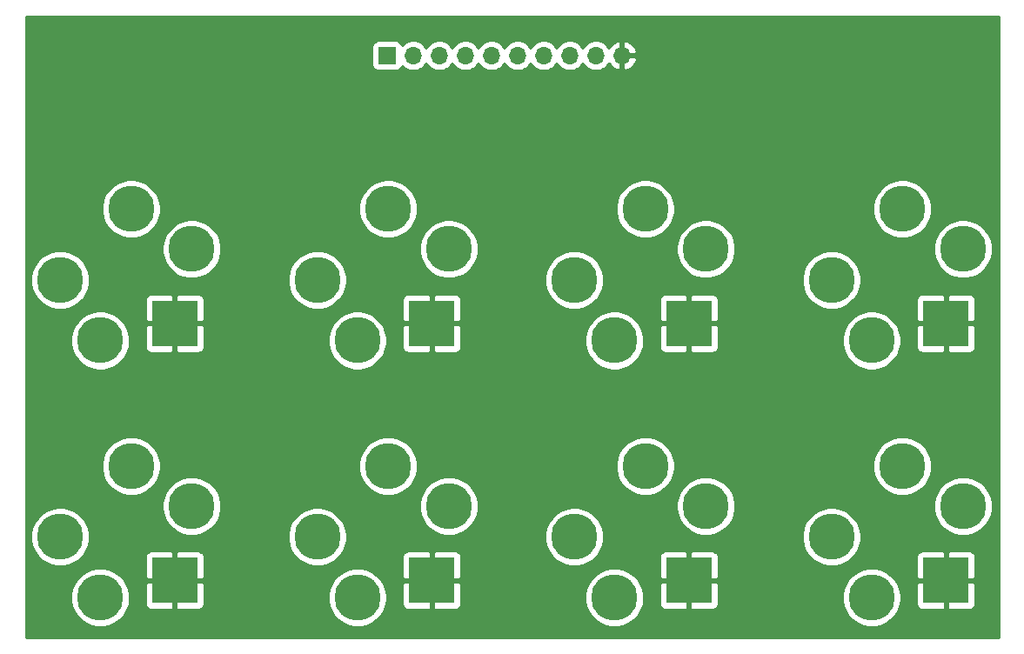
<source format=gbr>
%TF.GenerationSoftware,KiCad,Pcbnew,(5.1.9)-1*%
%TF.CreationDate,2021-09-12T18:45:55+01:00*%
%TF.ProjectId,Function Generator Jacks,46756e63-7469-46f6-9e20-47656e657261,rev?*%
%TF.SameCoordinates,Original*%
%TF.FileFunction,Copper,L2,Bot*%
%TF.FilePolarity,Positive*%
%FSLAX46Y46*%
G04 Gerber Fmt 4.6, Leading zero omitted, Abs format (unit mm)*
G04 Created by KiCad (PCBNEW (5.1.9)-1) date 2021-09-12 18:45:55*
%MOMM*%
%LPD*%
G01*
G04 APERTURE LIST*
%TA.AperFunction,ComponentPad*%
%ADD10C,4.500001*%
%TD*%
%TA.AperFunction,ComponentPad*%
%ADD11C,4.500000*%
%TD*%
%TA.AperFunction,ComponentPad*%
%ADD12R,4.500001X4.500001*%
%TD*%
%TA.AperFunction,ComponentPad*%
%ADD13R,1.700000X1.700000*%
%TD*%
%TA.AperFunction,ComponentPad*%
%ADD14O,1.700000X1.700000*%
%TD*%
%TA.AperFunction,Conductor*%
%ADD15C,0.254000*%
%TD*%
%TA.AperFunction,Conductor*%
%ADD16C,0.100000*%
%TD*%
G04 APERTURE END LIST*
D10*
%TO.P,J1,RN*%
%TO.N,N/C*%
X35991000Y-75859000D03*
D11*
%TO.P,J1,TN*%
%TO.N,Net-(J1-PadTN)*%
X27091000Y-84759000D03*
D10*
%TO.P,J1,R*%
%TO.N,N/C*%
X30091000Y-71959000D03*
D12*
%TO.P,J1,S*%
%TO.N,GND*%
X34331000Y-83099000D03*
D11*
%TO.P,J1,T*%
%TO.N,/Acv*%
X23191000Y-78859000D03*
%TD*%
%TO.P,J2,T*%
%TO.N,/Gate*%
X23191000Y-103878000D03*
D12*
%TO.P,J2,S*%
%TO.N,GND*%
X34331000Y-108118000D03*
D10*
%TO.P,J2,R*%
%TO.N,N/C*%
X30091000Y-96978000D03*
D11*
%TO.P,J2,TN*%
%TO.N,Net-(J2-PadTN)*%
X27091000Y-109778000D03*
D10*
%TO.P,J2,RN*%
%TO.N,N/C*%
X35991000Y-100878000D03*
%TD*%
%TO.P,J4,RN*%
%TO.N,N/C*%
X61010000Y-75859000D03*
D11*
%TO.P,J4,TN*%
%TO.N,Net-(J4-PadTN)*%
X52110000Y-84759000D03*
D10*
%TO.P,J4,R*%
%TO.N,N/C*%
X55110000Y-71959000D03*
D12*
%TO.P,J4,S*%
%TO.N,GND*%
X59350000Y-83099000D03*
D11*
%TO.P,J4,T*%
%TO.N,/Dcv*%
X48210000Y-78859000D03*
%TD*%
%TO.P,J5,T*%
%TO.N,/Trigger*%
X48210000Y-103878000D03*
D12*
%TO.P,J5,S*%
%TO.N,GND*%
X59350000Y-108118000D03*
D10*
%TO.P,J5,R*%
%TO.N,N/C*%
X55110000Y-96978000D03*
D11*
%TO.P,J5,TN*%
%TO.N,/Gate*%
X52110000Y-109778000D03*
D10*
%TO.P,J5,RN*%
%TO.N,N/C*%
X61010000Y-100878000D03*
%TD*%
%TO.P,J6,RN*%
%TO.N,N/C*%
X86029000Y-75859000D03*
D11*
%TO.P,J6,TN*%
%TO.N,Net-(J6-PadTN)*%
X77129000Y-84759000D03*
D10*
%TO.P,J6,R*%
%TO.N,N/C*%
X80129000Y-71959000D03*
D12*
%TO.P,J6,S*%
%TO.N,GND*%
X84369000Y-83099000D03*
D11*
%TO.P,J6,T*%
%TO.N,/Scv*%
X73229000Y-78859000D03*
%TD*%
%TO.P,J7,T*%
%TO.N,/EocOut*%
X73229000Y-103878000D03*
D12*
%TO.P,J7,S*%
%TO.N,GND*%
X84369000Y-108118000D03*
D10*
%TO.P,J7,R*%
%TO.N,N/C*%
X80129000Y-96978000D03*
D11*
%TO.P,J7,TN*%
%TO.N,Net-(J7-PadTN)*%
X77129000Y-109778000D03*
D10*
%TO.P,J7,RN*%
%TO.N,N/C*%
X86029000Y-100878000D03*
%TD*%
%TO.P,J8,RN*%
%TO.N,N/C*%
X111048000Y-75859000D03*
D11*
%TO.P,J8,TN*%
%TO.N,Net-(J8-PadTN)*%
X102148000Y-84759000D03*
D10*
%TO.P,J8,R*%
%TO.N,N/C*%
X105148000Y-71959000D03*
D12*
%TO.P,J8,S*%
%TO.N,GND*%
X109388000Y-83099000D03*
D11*
%TO.P,J8,T*%
%TO.N,/Rcv*%
X98248000Y-78859000D03*
%TD*%
%TO.P,J9,T*%
%TO.N,/Out*%
X98248000Y-103878000D03*
D12*
%TO.P,J9,S*%
%TO.N,GND*%
X109388000Y-108118000D03*
D10*
%TO.P,J9,R*%
%TO.N,N/C*%
X105148000Y-96978000D03*
D11*
%TO.P,J9,TN*%
%TO.N,Net-(J9-PadTN)*%
X102148000Y-109778000D03*
D10*
%TO.P,J9,RN*%
%TO.N,N/C*%
X111048000Y-100878000D03*
%TD*%
D13*
%TO.P,J3,1*%
%TO.N,/Acv*%
X54996000Y-57023000D03*
D14*
%TO.P,J3,2*%
%TO.N,/Dcv*%
X57536000Y-57023000D03*
%TO.P,J3,3*%
%TO.N,/Scv*%
X60076000Y-57023000D03*
%TO.P,J3,4*%
%TO.N,/Rcv*%
X62616000Y-57023000D03*
%TO.P,J3,5*%
%TO.N,/Trigger*%
X65156000Y-57023000D03*
%TO.P,J3,6*%
%TO.N,/Gate*%
X67696000Y-57023000D03*
%TO.P,J3,7*%
%TO.N,/Out*%
X70236000Y-57023000D03*
%TO.P,J3,8*%
%TO.N,/EocOut*%
X72776000Y-57023000D03*
%TO.P,J3,9*%
%TO.N,Net-(J3-Pad9)*%
X75316000Y-57023000D03*
%TO.P,J3,10*%
%TO.N,GND*%
X77856000Y-57023000D03*
%TD*%
D15*
%TO.N,GND*%
X114529001Y-113640000D02*
X19837000Y-113640000D01*
X19837000Y-109493852D01*
X24206000Y-109493852D01*
X24206000Y-110062148D01*
X24316869Y-110619523D01*
X24534346Y-111144560D01*
X24850074Y-111617080D01*
X25251920Y-112018926D01*
X25724440Y-112334654D01*
X26249477Y-112552131D01*
X26806852Y-112663000D01*
X27375148Y-112663000D01*
X27932523Y-112552131D01*
X28457560Y-112334654D01*
X28930080Y-112018926D01*
X29331926Y-111617080D01*
X29647654Y-111144560D01*
X29865131Y-110619523D01*
X29915162Y-110368000D01*
X31442928Y-110368000D01*
X31455188Y-110492482D01*
X31491498Y-110612180D01*
X31550463Y-110722494D01*
X31629815Y-110819185D01*
X31726506Y-110898537D01*
X31836820Y-110957502D01*
X31956518Y-110993812D01*
X32081000Y-111006072D01*
X34045250Y-111003000D01*
X34204000Y-110844250D01*
X34204000Y-108245000D01*
X34458000Y-108245000D01*
X34458000Y-110844250D01*
X34616750Y-111003000D01*
X36581000Y-111006072D01*
X36705482Y-110993812D01*
X36825180Y-110957502D01*
X36935494Y-110898537D01*
X37032185Y-110819185D01*
X37111537Y-110722494D01*
X37170502Y-110612180D01*
X37206812Y-110492482D01*
X37219072Y-110368000D01*
X37217705Y-109493852D01*
X49225000Y-109493852D01*
X49225000Y-110062148D01*
X49335869Y-110619523D01*
X49553346Y-111144560D01*
X49869074Y-111617080D01*
X50270920Y-112018926D01*
X50743440Y-112334654D01*
X51268477Y-112552131D01*
X51825852Y-112663000D01*
X52394148Y-112663000D01*
X52951523Y-112552131D01*
X53476560Y-112334654D01*
X53949080Y-112018926D01*
X54350926Y-111617080D01*
X54666654Y-111144560D01*
X54884131Y-110619523D01*
X54934162Y-110368000D01*
X56461928Y-110368000D01*
X56474188Y-110492482D01*
X56510498Y-110612180D01*
X56569463Y-110722494D01*
X56648815Y-110819185D01*
X56745506Y-110898537D01*
X56855820Y-110957502D01*
X56975518Y-110993812D01*
X57100000Y-111006072D01*
X59064250Y-111003000D01*
X59223000Y-110844250D01*
X59223000Y-108245000D01*
X59477000Y-108245000D01*
X59477000Y-110844250D01*
X59635750Y-111003000D01*
X61600000Y-111006072D01*
X61724482Y-110993812D01*
X61844180Y-110957502D01*
X61954494Y-110898537D01*
X62051185Y-110819185D01*
X62130537Y-110722494D01*
X62189502Y-110612180D01*
X62225812Y-110492482D01*
X62238072Y-110368000D01*
X62236705Y-109493852D01*
X74244000Y-109493852D01*
X74244000Y-110062148D01*
X74354869Y-110619523D01*
X74572346Y-111144560D01*
X74888074Y-111617080D01*
X75289920Y-112018926D01*
X75762440Y-112334654D01*
X76287477Y-112552131D01*
X76844852Y-112663000D01*
X77413148Y-112663000D01*
X77970523Y-112552131D01*
X78495560Y-112334654D01*
X78968080Y-112018926D01*
X79369926Y-111617080D01*
X79685654Y-111144560D01*
X79903131Y-110619523D01*
X79953162Y-110368000D01*
X81480928Y-110368000D01*
X81493188Y-110492482D01*
X81529498Y-110612180D01*
X81588463Y-110722494D01*
X81667815Y-110819185D01*
X81764506Y-110898537D01*
X81874820Y-110957502D01*
X81994518Y-110993812D01*
X82119000Y-111006072D01*
X84083250Y-111003000D01*
X84242000Y-110844250D01*
X84242000Y-108245000D01*
X84496000Y-108245000D01*
X84496000Y-110844250D01*
X84654750Y-111003000D01*
X86619000Y-111006072D01*
X86743482Y-110993812D01*
X86863180Y-110957502D01*
X86973494Y-110898537D01*
X87070185Y-110819185D01*
X87149537Y-110722494D01*
X87208502Y-110612180D01*
X87244812Y-110492482D01*
X87257072Y-110368000D01*
X87255705Y-109493852D01*
X99263000Y-109493852D01*
X99263000Y-110062148D01*
X99373869Y-110619523D01*
X99591346Y-111144560D01*
X99907074Y-111617080D01*
X100308920Y-112018926D01*
X100781440Y-112334654D01*
X101306477Y-112552131D01*
X101863852Y-112663000D01*
X102432148Y-112663000D01*
X102989523Y-112552131D01*
X103514560Y-112334654D01*
X103987080Y-112018926D01*
X104388926Y-111617080D01*
X104704654Y-111144560D01*
X104922131Y-110619523D01*
X104972162Y-110368000D01*
X106499928Y-110368000D01*
X106512188Y-110492482D01*
X106548498Y-110612180D01*
X106607463Y-110722494D01*
X106686815Y-110819185D01*
X106783506Y-110898537D01*
X106893820Y-110957502D01*
X107013518Y-110993812D01*
X107138000Y-111006072D01*
X109102250Y-111003000D01*
X109261000Y-110844250D01*
X109261000Y-108245000D01*
X109515000Y-108245000D01*
X109515000Y-110844250D01*
X109673750Y-111003000D01*
X111638000Y-111006072D01*
X111762482Y-110993812D01*
X111882180Y-110957502D01*
X111992494Y-110898537D01*
X112089185Y-110819185D01*
X112168537Y-110722494D01*
X112227502Y-110612180D01*
X112263812Y-110492482D01*
X112276072Y-110368000D01*
X112273000Y-108403750D01*
X112114250Y-108245000D01*
X109515000Y-108245000D01*
X109261000Y-108245000D01*
X106661750Y-108245000D01*
X106503000Y-108403750D01*
X106499928Y-110368000D01*
X104972162Y-110368000D01*
X105033000Y-110062148D01*
X105033000Y-109493852D01*
X104922131Y-108936477D01*
X104704654Y-108411440D01*
X104388926Y-107938920D01*
X103987080Y-107537074D01*
X103514560Y-107221346D01*
X102989523Y-107003869D01*
X102432148Y-106893000D01*
X101863852Y-106893000D01*
X101306477Y-107003869D01*
X100781440Y-107221346D01*
X100308920Y-107537074D01*
X99907074Y-107938920D01*
X99591346Y-108411440D01*
X99373869Y-108936477D01*
X99263000Y-109493852D01*
X87255705Y-109493852D01*
X87254000Y-108403750D01*
X87095250Y-108245000D01*
X84496000Y-108245000D01*
X84242000Y-108245000D01*
X81642750Y-108245000D01*
X81484000Y-108403750D01*
X81480928Y-110368000D01*
X79953162Y-110368000D01*
X80014000Y-110062148D01*
X80014000Y-109493852D01*
X79903131Y-108936477D01*
X79685654Y-108411440D01*
X79369926Y-107938920D01*
X78968080Y-107537074D01*
X78495560Y-107221346D01*
X77970523Y-107003869D01*
X77413148Y-106893000D01*
X76844852Y-106893000D01*
X76287477Y-107003869D01*
X75762440Y-107221346D01*
X75289920Y-107537074D01*
X74888074Y-107938920D01*
X74572346Y-108411440D01*
X74354869Y-108936477D01*
X74244000Y-109493852D01*
X62236705Y-109493852D01*
X62235000Y-108403750D01*
X62076250Y-108245000D01*
X59477000Y-108245000D01*
X59223000Y-108245000D01*
X56623750Y-108245000D01*
X56465000Y-108403750D01*
X56461928Y-110368000D01*
X54934162Y-110368000D01*
X54995000Y-110062148D01*
X54995000Y-109493852D01*
X54884131Y-108936477D01*
X54666654Y-108411440D01*
X54350926Y-107938920D01*
X53949080Y-107537074D01*
X53476560Y-107221346D01*
X52951523Y-107003869D01*
X52394148Y-106893000D01*
X51825852Y-106893000D01*
X51268477Y-107003869D01*
X50743440Y-107221346D01*
X50270920Y-107537074D01*
X49869074Y-107938920D01*
X49553346Y-108411440D01*
X49335869Y-108936477D01*
X49225000Y-109493852D01*
X37217705Y-109493852D01*
X37216000Y-108403750D01*
X37057250Y-108245000D01*
X34458000Y-108245000D01*
X34204000Y-108245000D01*
X31604750Y-108245000D01*
X31446000Y-108403750D01*
X31442928Y-110368000D01*
X29915162Y-110368000D01*
X29976000Y-110062148D01*
X29976000Y-109493852D01*
X29865131Y-108936477D01*
X29647654Y-108411440D01*
X29331926Y-107938920D01*
X28930080Y-107537074D01*
X28457560Y-107221346D01*
X27932523Y-107003869D01*
X27375148Y-106893000D01*
X26806852Y-106893000D01*
X26249477Y-107003869D01*
X25724440Y-107221346D01*
X25251920Y-107537074D01*
X24850074Y-107938920D01*
X24534346Y-108411440D01*
X24316869Y-108936477D01*
X24206000Y-109493852D01*
X19837000Y-109493852D01*
X19837000Y-103593852D01*
X20306000Y-103593852D01*
X20306000Y-104162148D01*
X20416869Y-104719523D01*
X20634346Y-105244560D01*
X20950074Y-105717080D01*
X21351920Y-106118926D01*
X21824440Y-106434654D01*
X22349477Y-106652131D01*
X22906852Y-106763000D01*
X23475148Y-106763000D01*
X24032523Y-106652131D01*
X24557560Y-106434654D01*
X25030080Y-106118926D01*
X25281006Y-105868000D01*
X31442928Y-105868000D01*
X31446000Y-107832250D01*
X31604750Y-107991000D01*
X34204000Y-107991000D01*
X34204000Y-105391750D01*
X34458000Y-105391750D01*
X34458000Y-107991000D01*
X37057250Y-107991000D01*
X37216000Y-107832250D01*
X37219072Y-105868000D01*
X37206812Y-105743518D01*
X37170502Y-105623820D01*
X37111537Y-105513506D01*
X37032185Y-105416815D01*
X36935494Y-105337463D01*
X36825180Y-105278498D01*
X36705482Y-105242188D01*
X36581000Y-105229928D01*
X34616750Y-105233000D01*
X34458000Y-105391750D01*
X34204000Y-105391750D01*
X34045250Y-105233000D01*
X32081000Y-105229928D01*
X31956518Y-105242188D01*
X31836820Y-105278498D01*
X31726506Y-105337463D01*
X31629815Y-105416815D01*
X31550463Y-105513506D01*
X31491498Y-105623820D01*
X31455188Y-105743518D01*
X31442928Y-105868000D01*
X25281006Y-105868000D01*
X25431926Y-105717080D01*
X25747654Y-105244560D01*
X25965131Y-104719523D01*
X26076000Y-104162148D01*
X26076000Y-103593852D01*
X25965131Y-103036477D01*
X25747654Y-102511440D01*
X25431926Y-102038920D01*
X25030080Y-101637074D01*
X24557560Y-101321346D01*
X24032523Y-101103869D01*
X23475148Y-100993000D01*
X22906852Y-100993000D01*
X22349477Y-101103869D01*
X21824440Y-101321346D01*
X21351920Y-101637074D01*
X20950074Y-102038920D01*
X20634346Y-102511440D01*
X20416869Y-103036477D01*
X20306000Y-103593852D01*
X19837000Y-103593852D01*
X19837000Y-100593852D01*
X33106000Y-100593852D01*
X33106000Y-101162148D01*
X33216869Y-101719523D01*
X33434346Y-102244560D01*
X33750074Y-102717080D01*
X34151920Y-103118926D01*
X34624440Y-103434654D01*
X35149477Y-103652131D01*
X35706852Y-103763000D01*
X36275148Y-103763000D01*
X36832523Y-103652131D01*
X36973221Y-103593852D01*
X45325000Y-103593852D01*
X45325000Y-104162148D01*
X45435869Y-104719523D01*
X45653346Y-105244560D01*
X45969074Y-105717080D01*
X46370920Y-106118926D01*
X46843440Y-106434654D01*
X47368477Y-106652131D01*
X47925852Y-106763000D01*
X48494148Y-106763000D01*
X49051523Y-106652131D01*
X49576560Y-106434654D01*
X50049080Y-106118926D01*
X50300006Y-105868000D01*
X56461928Y-105868000D01*
X56465000Y-107832250D01*
X56623750Y-107991000D01*
X59223000Y-107991000D01*
X59223000Y-105391750D01*
X59477000Y-105391750D01*
X59477000Y-107991000D01*
X62076250Y-107991000D01*
X62235000Y-107832250D01*
X62238072Y-105868000D01*
X62225812Y-105743518D01*
X62189502Y-105623820D01*
X62130537Y-105513506D01*
X62051185Y-105416815D01*
X61954494Y-105337463D01*
X61844180Y-105278498D01*
X61724482Y-105242188D01*
X61600000Y-105229928D01*
X59635750Y-105233000D01*
X59477000Y-105391750D01*
X59223000Y-105391750D01*
X59064250Y-105233000D01*
X57100000Y-105229928D01*
X56975518Y-105242188D01*
X56855820Y-105278498D01*
X56745506Y-105337463D01*
X56648815Y-105416815D01*
X56569463Y-105513506D01*
X56510498Y-105623820D01*
X56474188Y-105743518D01*
X56461928Y-105868000D01*
X50300006Y-105868000D01*
X50450926Y-105717080D01*
X50766654Y-105244560D01*
X50984131Y-104719523D01*
X51095000Y-104162148D01*
X51095000Y-103593852D01*
X50984131Y-103036477D01*
X50766654Y-102511440D01*
X50450926Y-102038920D01*
X50049080Y-101637074D01*
X49576560Y-101321346D01*
X49051523Y-101103869D01*
X48494148Y-100993000D01*
X47925852Y-100993000D01*
X47368477Y-101103869D01*
X46843440Y-101321346D01*
X46370920Y-101637074D01*
X45969074Y-102038920D01*
X45653346Y-102511440D01*
X45435869Y-103036477D01*
X45325000Y-103593852D01*
X36973221Y-103593852D01*
X37357560Y-103434654D01*
X37830080Y-103118926D01*
X38231926Y-102717080D01*
X38547654Y-102244560D01*
X38765131Y-101719523D01*
X38876000Y-101162148D01*
X38876000Y-100593852D01*
X58125000Y-100593852D01*
X58125000Y-101162148D01*
X58235869Y-101719523D01*
X58453346Y-102244560D01*
X58769074Y-102717080D01*
X59170920Y-103118926D01*
X59643440Y-103434654D01*
X60168477Y-103652131D01*
X60725852Y-103763000D01*
X61294148Y-103763000D01*
X61851523Y-103652131D01*
X61992221Y-103593852D01*
X70344000Y-103593852D01*
X70344000Y-104162148D01*
X70454869Y-104719523D01*
X70672346Y-105244560D01*
X70988074Y-105717080D01*
X71389920Y-106118926D01*
X71862440Y-106434654D01*
X72387477Y-106652131D01*
X72944852Y-106763000D01*
X73513148Y-106763000D01*
X74070523Y-106652131D01*
X74595560Y-106434654D01*
X75068080Y-106118926D01*
X75319006Y-105868000D01*
X81480928Y-105868000D01*
X81484000Y-107832250D01*
X81642750Y-107991000D01*
X84242000Y-107991000D01*
X84242000Y-105391750D01*
X84496000Y-105391750D01*
X84496000Y-107991000D01*
X87095250Y-107991000D01*
X87254000Y-107832250D01*
X87257072Y-105868000D01*
X87244812Y-105743518D01*
X87208502Y-105623820D01*
X87149537Y-105513506D01*
X87070185Y-105416815D01*
X86973494Y-105337463D01*
X86863180Y-105278498D01*
X86743482Y-105242188D01*
X86619000Y-105229928D01*
X84654750Y-105233000D01*
X84496000Y-105391750D01*
X84242000Y-105391750D01*
X84083250Y-105233000D01*
X82119000Y-105229928D01*
X81994518Y-105242188D01*
X81874820Y-105278498D01*
X81764506Y-105337463D01*
X81667815Y-105416815D01*
X81588463Y-105513506D01*
X81529498Y-105623820D01*
X81493188Y-105743518D01*
X81480928Y-105868000D01*
X75319006Y-105868000D01*
X75469926Y-105717080D01*
X75785654Y-105244560D01*
X76003131Y-104719523D01*
X76114000Y-104162148D01*
X76114000Y-103593852D01*
X76003131Y-103036477D01*
X75785654Y-102511440D01*
X75469926Y-102038920D01*
X75068080Y-101637074D01*
X74595560Y-101321346D01*
X74070523Y-101103869D01*
X73513148Y-100993000D01*
X72944852Y-100993000D01*
X72387477Y-101103869D01*
X71862440Y-101321346D01*
X71389920Y-101637074D01*
X70988074Y-102038920D01*
X70672346Y-102511440D01*
X70454869Y-103036477D01*
X70344000Y-103593852D01*
X61992221Y-103593852D01*
X62376560Y-103434654D01*
X62849080Y-103118926D01*
X63250926Y-102717080D01*
X63566654Y-102244560D01*
X63784131Y-101719523D01*
X63895000Y-101162148D01*
X63895000Y-100593852D01*
X83144000Y-100593852D01*
X83144000Y-101162148D01*
X83254869Y-101719523D01*
X83472346Y-102244560D01*
X83788074Y-102717080D01*
X84189920Y-103118926D01*
X84662440Y-103434654D01*
X85187477Y-103652131D01*
X85744852Y-103763000D01*
X86313148Y-103763000D01*
X86870523Y-103652131D01*
X87011221Y-103593852D01*
X95363000Y-103593852D01*
X95363000Y-104162148D01*
X95473869Y-104719523D01*
X95691346Y-105244560D01*
X96007074Y-105717080D01*
X96408920Y-106118926D01*
X96881440Y-106434654D01*
X97406477Y-106652131D01*
X97963852Y-106763000D01*
X98532148Y-106763000D01*
X99089523Y-106652131D01*
X99614560Y-106434654D01*
X100087080Y-106118926D01*
X100338006Y-105868000D01*
X106499928Y-105868000D01*
X106503000Y-107832250D01*
X106661750Y-107991000D01*
X109261000Y-107991000D01*
X109261000Y-105391750D01*
X109515000Y-105391750D01*
X109515000Y-107991000D01*
X112114250Y-107991000D01*
X112273000Y-107832250D01*
X112276072Y-105868000D01*
X112263812Y-105743518D01*
X112227502Y-105623820D01*
X112168537Y-105513506D01*
X112089185Y-105416815D01*
X111992494Y-105337463D01*
X111882180Y-105278498D01*
X111762482Y-105242188D01*
X111638000Y-105229928D01*
X109673750Y-105233000D01*
X109515000Y-105391750D01*
X109261000Y-105391750D01*
X109102250Y-105233000D01*
X107138000Y-105229928D01*
X107013518Y-105242188D01*
X106893820Y-105278498D01*
X106783506Y-105337463D01*
X106686815Y-105416815D01*
X106607463Y-105513506D01*
X106548498Y-105623820D01*
X106512188Y-105743518D01*
X106499928Y-105868000D01*
X100338006Y-105868000D01*
X100488926Y-105717080D01*
X100804654Y-105244560D01*
X101022131Y-104719523D01*
X101133000Y-104162148D01*
X101133000Y-103593852D01*
X101022131Y-103036477D01*
X100804654Y-102511440D01*
X100488926Y-102038920D01*
X100087080Y-101637074D01*
X99614560Y-101321346D01*
X99089523Y-101103869D01*
X98532148Y-100993000D01*
X97963852Y-100993000D01*
X97406477Y-101103869D01*
X96881440Y-101321346D01*
X96408920Y-101637074D01*
X96007074Y-102038920D01*
X95691346Y-102511440D01*
X95473869Y-103036477D01*
X95363000Y-103593852D01*
X87011221Y-103593852D01*
X87395560Y-103434654D01*
X87868080Y-103118926D01*
X88269926Y-102717080D01*
X88585654Y-102244560D01*
X88803131Y-101719523D01*
X88914000Y-101162148D01*
X88914000Y-100593852D01*
X108163000Y-100593852D01*
X108163000Y-101162148D01*
X108273869Y-101719523D01*
X108491346Y-102244560D01*
X108807074Y-102717080D01*
X109208920Y-103118926D01*
X109681440Y-103434654D01*
X110206477Y-103652131D01*
X110763852Y-103763000D01*
X111332148Y-103763000D01*
X111889523Y-103652131D01*
X112414560Y-103434654D01*
X112887080Y-103118926D01*
X113288926Y-102717080D01*
X113604654Y-102244560D01*
X113822131Y-101719523D01*
X113933000Y-101162148D01*
X113933000Y-100593852D01*
X113822131Y-100036477D01*
X113604654Y-99511440D01*
X113288926Y-99038920D01*
X112887080Y-98637074D01*
X112414560Y-98321346D01*
X111889523Y-98103869D01*
X111332148Y-97993000D01*
X110763852Y-97993000D01*
X110206477Y-98103869D01*
X109681440Y-98321346D01*
X109208920Y-98637074D01*
X108807074Y-99038920D01*
X108491346Y-99511440D01*
X108273869Y-100036477D01*
X108163000Y-100593852D01*
X88914000Y-100593852D01*
X88803131Y-100036477D01*
X88585654Y-99511440D01*
X88269926Y-99038920D01*
X87868080Y-98637074D01*
X87395560Y-98321346D01*
X86870523Y-98103869D01*
X86313148Y-97993000D01*
X85744852Y-97993000D01*
X85187477Y-98103869D01*
X84662440Y-98321346D01*
X84189920Y-98637074D01*
X83788074Y-99038920D01*
X83472346Y-99511440D01*
X83254869Y-100036477D01*
X83144000Y-100593852D01*
X63895000Y-100593852D01*
X63784131Y-100036477D01*
X63566654Y-99511440D01*
X63250926Y-99038920D01*
X62849080Y-98637074D01*
X62376560Y-98321346D01*
X61851523Y-98103869D01*
X61294148Y-97993000D01*
X60725852Y-97993000D01*
X60168477Y-98103869D01*
X59643440Y-98321346D01*
X59170920Y-98637074D01*
X58769074Y-99038920D01*
X58453346Y-99511440D01*
X58235869Y-100036477D01*
X58125000Y-100593852D01*
X38876000Y-100593852D01*
X38765131Y-100036477D01*
X38547654Y-99511440D01*
X38231926Y-99038920D01*
X37830080Y-98637074D01*
X37357560Y-98321346D01*
X36832523Y-98103869D01*
X36275148Y-97993000D01*
X35706852Y-97993000D01*
X35149477Y-98103869D01*
X34624440Y-98321346D01*
X34151920Y-98637074D01*
X33750074Y-99038920D01*
X33434346Y-99511440D01*
X33216869Y-100036477D01*
X33106000Y-100593852D01*
X19837000Y-100593852D01*
X19837000Y-96693852D01*
X27206000Y-96693852D01*
X27206000Y-97262148D01*
X27316869Y-97819523D01*
X27534346Y-98344560D01*
X27850074Y-98817080D01*
X28251920Y-99218926D01*
X28724440Y-99534654D01*
X29249477Y-99752131D01*
X29806852Y-99863000D01*
X30375148Y-99863000D01*
X30932523Y-99752131D01*
X31457560Y-99534654D01*
X31930080Y-99218926D01*
X32331926Y-98817080D01*
X32647654Y-98344560D01*
X32865131Y-97819523D01*
X32976000Y-97262148D01*
X32976000Y-96693852D01*
X52225000Y-96693852D01*
X52225000Y-97262148D01*
X52335869Y-97819523D01*
X52553346Y-98344560D01*
X52869074Y-98817080D01*
X53270920Y-99218926D01*
X53743440Y-99534654D01*
X54268477Y-99752131D01*
X54825852Y-99863000D01*
X55394148Y-99863000D01*
X55951523Y-99752131D01*
X56476560Y-99534654D01*
X56949080Y-99218926D01*
X57350926Y-98817080D01*
X57666654Y-98344560D01*
X57884131Y-97819523D01*
X57995000Y-97262148D01*
X57995000Y-96693852D01*
X77244000Y-96693852D01*
X77244000Y-97262148D01*
X77354869Y-97819523D01*
X77572346Y-98344560D01*
X77888074Y-98817080D01*
X78289920Y-99218926D01*
X78762440Y-99534654D01*
X79287477Y-99752131D01*
X79844852Y-99863000D01*
X80413148Y-99863000D01*
X80970523Y-99752131D01*
X81495560Y-99534654D01*
X81968080Y-99218926D01*
X82369926Y-98817080D01*
X82685654Y-98344560D01*
X82903131Y-97819523D01*
X83014000Y-97262148D01*
X83014000Y-96693852D01*
X102263000Y-96693852D01*
X102263000Y-97262148D01*
X102373869Y-97819523D01*
X102591346Y-98344560D01*
X102907074Y-98817080D01*
X103308920Y-99218926D01*
X103781440Y-99534654D01*
X104306477Y-99752131D01*
X104863852Y-99863000D01*
X105432148Y-99863000D01*
X105989523Y-99752131D01*
X106514560Y-99534654D01*
X106987080Y-99218926D01*
X107388926Y-98817080D01*
X107704654Y-98344560D01*
X107922131Y-97819523D01*
X108033000Y-97262148D01*
X108033000Y-96693852D01*
X107922131Y-96136477D01*
X107704654Y-95611440D01*
X107388926Y-95138920D01*
X106987080Y-94737074D01*
X106514560Y-94421346D01*
X105989523Y-94203869D01*
X105432148Y-94093000D01*
X104863852Y-94093000D01*
X104306477Y-94203869D01*
X103781440Y-94421346D01*
X103308920Y-94737074D01*
X102907074Y-95138920D01*
X102591346Y-95611440D01*
X102373869Y-96136477D01*
X102263000Y-96693852D01*
X83014000Y-96693852D01*
X82903131Y-96136477D01*
X82685654Y-95611440D01*
X82369926Y-95138920D01*
X81968080Y-94737074D01*
X81495560Y-94421346D01*
X80970523Y-94203869D01*
X80413148Y-94093000D01*
X79844852Y-94093000D01*
X79287477Y-94203869D01*
X78762440Y-94421346D01*
X78289920Y-94737074D01*
X77888074Y-95138920D01*
X77572346Y-95611440D01*
X77354869Y-96136477D01*
X77244000Y-96693852D01*
X57995000Y-96693852D01*
X57884131Y-96136477D01*
X57666654Y-95611440D01*
X57350926Y-95138920D01*
X56949080Y-94737074D01*
X56476560Y-94421346D01*
X55951523Y-94203869D01*
X55394148Y-94093000D01*
X54825852Y-94093000D01*
X54268477Y-94203869D01*
X53743440Y-94421346D01*
X53270920Y-94737074D01*
X52869074Y-95138920D01*
X52553346Y-95611440D01*
X52335869Y-96136477D01*
X52225000Y-96693852D01*
X32976000Y-96693852D01*
X32865131Y-96136477D01*
X32647654Y-95611440D01*
X32331926Y-95138920D01*
X31930080Y-94737074D01*
X31457560Y-94421346D01*
X30932523Y-94203869D01*
X30375148Y-94093000D01*
X29806852Y-94093000D01*
X29249477Y-94203869D01*
X28724440Y-94421346D01*
X28251920Y-94737074D01*
X27850074Y-95138920D01*
X27534346Y-95611440D01*
X27316869Y-96136477D01*
X27206000Y-96693852D01*
X19837000Y-96693852D01*
X19837000Y-84474852D01*
X24206000Y-84474852D01*
X24206000Y-85043148D01*
X24316869Y-85600523D01*
X24534346Y-86125560D01*
X24850074Y-86598080D01*
X25251920Y-86999926D01*
X25724440Y-87315654D01*
X26249477Y-87533131D01*
X26806852Y-87644000D01*
X27375148Y-87644000D01*
X27932523Y-87533131D01*
X28457560Y-87315654D01*
X28930080Y-86999926D01*
X29331926Y-86598080D01*
X29647654Y-86125560D01*
X29865131Y-85600523D01*
X29915162Y-85349000D01*
X31442928Y-85349000D01*
X31455188Y-85473482D01*
X31491498Y-85593180D01*
X31550463Y-85703494D01*
X31629815Y-85800185D01*
X31726506Y-85879537D01*
X31836820Y-85938502D01*
X31956518Y-85974812D01*
X32081000Y-85987072D01*
X34045250Y-85984000D01*
X34204000Y-85825250D01*
X34204000Y-83226000D01*
X34458000Y-83226000D01*
X34458000Y-85825250D01*
X34616750Y-85984000D01*
X36581000Y-85987072D01*
X36705482Y-85974812D01*
X36825180Y-85938502D01*
X36935494Y-85879537D01*
X37032185Y-85800185D01*
X37111537Y-85703494D01*
X37170502Y-85593180D01*
X37206812Y-85473482D01*
X37219072Y-85349000D01*
X37217705Y-84474852D01*
X49225000Y-84474852D01*
X49225000Y-85043148D01*
X49335869Y-85600523D01*
X49553346Y-86125560D01*
X49869074Y-86598080D01*
X50270920Y-86999926D01*
X50743440Y-87315654D01*
X51268477Y-87533131D01*
X51825852Y-87644000D01*
X52394148Y-87644000D01*
X52951523Y-87533131D01*
X53476560Y-87315654D01*
X53949080Y-86999926D01*
X54350926Y-86598080D01*
X54666654Y-86125560D01*
X54884131Y-85600523D01*
X54934162Y-85349000D01*
X56461928Y-85349000D01*
X56474188Y-85473482D01*
X56510498Y-85593180D01*
X56569463Y-85703494D01*
X56648815Y-85800185D01*
X56745506Y-85879537D01*
X56855820Y-85938502D01*
X56975518Y-85974812D01*
X57100000Y-85987072D01*
X59064250Y-85984000D01*
X59223000Y-85825250D01*
X59223000Y-83226000D01*
X59477000Y-83226000D01*
X59477000Y-85825250D01*
X59635750Y-85984000D01*
X61600000Y-85987072D01*
X61724482Y-85974812D01*
X61844180Y-85938502D01*
X61954494Y-85879537D01*
X62051185Y-85800185D01*
X62130537Y-85703494D01*
X62189502Y-85593180D01*
X62225812Y-85473482D01*
X62238072Y-85349000D01*
X62236705Y-84474852D01*
X74244000Y-84474852D01*
X74244000Y-85043148D01*
X74354869Y-85600523D01*
X74572346Y-86125560D01*
X74888074Y-86598080D01*
X75289920Y-86999926D01*
X75762440Y-87315654D01*
X76287477Y-87533131D01*
X76844852Y-87644000D01*
X77413148Y-87644000D01*
X77970523Y-87533131D01*
X78495560Y-87315654D01*
X78968080Y-86999926D01*
X79369926Y-86598080D01*
X79685654Y-86125560D01*
X79903131Y-85600523D01*
X79953162Y-85349000D01*
X81480928Y-85349000D01*
X81493188Y-85473482D01*
X81529498Y-85593180D01*
X81588463Y-85703494D01*
X81667815Y-85800185D01*
X81764506Y-85879537D01*
X81874820Y-85938502D01*
X81994518Y-85974812D01*
X82119000Y-85987072D01*
X84083250Y-85984000D01*
X84242000Y-85825250D01*
X84242000Y-83226000D01*
X84496000Y-83226000D01*
X84496000Y-85825250D01*
X84654750Y-85984000D01*
X86619000Y-85987072D01*
X86743482Y-85974812D01*
X86863180Y-85938502D01*
X86973494Y-85879537D01*
X87070185Y-85800185D01*
X87149537Y-85703494D01*
X87208502Y-85593180D01*
X87244812Y-85473482D01*
X87257072Y-85349000D01*
X87255705Y-84474852D01*
X99263000Y-84474852D01*
X99263000Y-85043148D01*
X99373869Y-85600523D01*
X99591346Y-86125560D01*
X99907074Y-86598080D01*
X100308920Y-86999926D01*
X100781440Y-87315654D01*
X101306477Y-87533131D01*
X101863852Y-87644000D01*
X102432148Y-87644000D01*
X102989523Y-87533131D01*
X103514560Y-87315654D01*
X103987080Y-86999926D01*
X104388926Y-86598080D01*
X104704654Y-86125560D01*
X104922131Y-85600523D01*
X104972162Y-85349000D01*
X106499928Y-85349000D01*
X106512188Y-85473482D01*
X106548498Y-85593180D01*
X106607463Y-85703494D01*
X106686815Y-85800185D01*
X106783506Y-85879537D01*
X106893820Y-85938502D01*
X107013518Y-85974812D01*
X107138000Y-85987072D01*
X109102250Y-85984000D01*
X109261000Y-85825250D01*
X109261000Y-83226000D01*
X109515000Y-83226000D01*
X109515000Y-85825250D01*
X109673750Y-85984000D01*
X111638000Y-85987072D01*
X111762482Y-85974812D01*
X111882180Y-85938502D01*
X111992494Y-85879537D01*
X112089185Y-85800185D01*
X112168537Y-85703494D01*
X112227502Y-85593180D01*
X112263812Y-85473482D01*
X112276072Y-85349000D01*
X112273000Y-83384750D01*
X112114250Y-83226000D01*
X109515000Y-83226000D01*
X109261000Y-83226000D01*
X106661750Y-83226000D01*
X106503000Y-83384750D01*
X106499928Y-85349000D01*
X104972162Y-85349000D01*
X105033000Y-85043148D01*
X105033000Y-84474852D01*
X104922131Y-83917477D01*
X104704654Y-83392440D01*
X104388926Y-82919920D01*
X103987080Y-82518074D01*
X103514560Y-82202346D01*
X102989523Y-81984869D01*
X102432148Y-81874000D01*
X101863852Y-81874000D01*
X101306477Y-81984869D01*
X100781440Y-82202346D01*
X100308920Y-82518074D01*
X99907074Y-82919920D01*
X99591346Y-83392440D01*
X99373869Y-83917477D01*
X99263000Y-84474852D01*
X87255705Y-84474852D01*
X87254000Y-83384750D01*
X87095250Y-83226000D01*
X84496000Y-83226000D01*
X84242000Y-83226000D01*
X81642750Y-83226000D01*
X81484000Y-83384750D01*
X81480928Y-85349000D01*
X79953162Y-85349000D01*
X80014000Y-85043148D01*
X80014000Y-84474852D01*
X79903131Y-83917477D01*
X79685654Y-83392440D01*
X79369926Y-82919920D01*
X78968080Y-82518074D01*
X78495560Y-82202346D01*
X77970523Y-81984869D01*
X77413148Y-81874000D01*
X76844852Y-81874000D01*
X76287477Y-81984869D01*
X75762440Y-82202346D01*
X75289920Y-82518074D01*
X74888074Y-82919920D01*
X74572346Y-83392440D01*
X74354869Y-83917477D01*
X74244000Y-84474852D01*
X62236705Y-84474852D01*
X62235000Y-83384750D01*
X62076250Y-83226000D01*
X59477000Y-83226000D01*
X59223000Y-83226000D01*
X56623750Y-83226000D01*
X56465000Y-83384750D01*
X56461928Y-85349000D01*
X54934162Y-85349000D01*
X54995000Y-85043148D01*
X54995000Y-84474852D01*
X54884131Y-83917477D01*
X54666654Y-83392440D01*
X54350926Y-82919920D01*
X53949080Y-82518074D01*
X53476560Y-82202346D01*
X52951523Y-81984869D01*
X52394148Y-81874000D01*
X51825852Y-81874000D01*
X51268477Y-81984869D01*
X50743440Y-82202346D01*
X50270920Y-82518074D01*
X49869074Y-82919920D01*
X49553346Y-83392440D01*
X49335869Y-83917477D01*
X49225000Y-84474852D01*
X37217705Y-84474852D01*
X37216000Y-83384750D01*
X37057250Y-83226000D01*
X34458000Y-83226000D01*
X34204000Y-83226000D01*
X31604750Y-83226000D01*
X31446000Y-83384750D01*
X31442928Y-85349000D01*
X29915162Y-85349000D01*
X29976000Y-85043148D01*
X29976000Y-84474852D01*
X29865131Y-83917477D01*
X29647654Y-83392440D01*
X29331926Y-82919920D01*
X28930080Y-82518074D01*
X28457560Y-82202346D01*
X27932523Y-81984869D01*
X27375148Y-81874000D01*
X26806852Y-81874000D01*
X26249477Y-81984869D01*
X25724440Y-82202346D01*
X25251920Y-82518074D01*
X24850074Y-82919920D01*
X24534346Y-83392440D01*
X24316869Y-83917477D01*
X24206000Y-84474852D01*
X19837000Y-84474852D01*
X19837000Y-78574852D01*
X20306000Y-78574852D01*
X20306000Y-79143148D01*
X20416869Y-79700523D01*
X20634346Y-80225560D01*
X20950074Y-80698080D01*
X21351920Y-81099926D01*
X21824440Y-81415654D01*
X22349477Y-81633131D01*
X22906852Y-81744000D01*
X23475148Y-81744000D01*
X24032523Y-81633131D01*
X24557560Y-81415654D01*
X25030080Y-81099926D01*
X25281006Y-80849000D01*
X31442928Y-80849000D01*
X31446000Y-82813250D01*
X31604750Y-82972000D01*
X34204000Y-82972000D01*
X34204000Y-80372750D01*
X34458000Y-80372750D01*
X34458000Y-82972000D01*
X37057250Y-82972000D01*
X37216000Y-82813250D01*
X37219072Y-80849000D01*
X37206812Y-80724518D01*
X37170502Y-80604820D01*
X37111537Y-80494506D01*
X37032185Y-80397815D01*
X36935494Y-80318463D01*
X36825180Y-80259498D01*
X36705482Y-80223188D01*
X36581000Y-80210928D01*
X34616750Y-80214000D01*
X34458000Y-80372750D01*
X34204000Y-80372750D01*
X34045250Y-80214000D01*
X32081000Y-80210928D01*
X31956518Y-80223188D01*
X31836820Y-80259498D01*
X31726506Y-80318463D01*
X31629815Y-80397815D01*
X31550463Y-80494506D01*
X31491498Y-80604820D01*
X31455188Y-80724518D01*
X31442928Y-80849000D01*
X25281006Y-80849000D01*
X25431926Y-80698080D01*
X25747654Y-80225560D01*
X25965131Y-79700523D01*
X26076000Y-79143148D01*
X26076000Y-78574852D01*
X25965131Y-78017477D01*
X25747654Y-77492440D01*
X25431926Y-77019920D01*
X25030080Y-76618074D01*
X24557560Y-76302346D01*
X24032523Y-76084869D01*
X23475148Y-75974000D01*
X22906852Y-75974000D01*
X22349477Y-76084869D01*
X21824440Y-76302346D01*
X21351920Y-76618074D01*
X20950074Y-77019920D01*
X20634346Y-77492440D01*
X20416869Y-78017477D01*
X20306000Y-78574852D01*
X19837000Y-78574852D01*
X19837000Y-75574852D01*
X33106000Y-75574852D01*
X33106000Y-76143148D01*
X33216869Y-76700523D01*
X33434346Y-77225560D01*
X33750074Y-77698080D01*
X34151920Y-78099926D01*
X34624440Y-78415654D01*
X35149477Y-78633131D01*
X35706852Y-78744000D01*
X36275148Y-78744000D01*
X36832523Y-78633131D01*
X36973221Y-78574852D01*
X45325000Y-78574852D01*
X45325000Y-79143148D01*
X45435869Y-79700523D01*
X45653346Y-80225560D01*
X45969074Y-80698080D01*
X46370920Y-81099926D01*
X46843440Y-81415654D01*
X47368477Y-81633131D01*
X47925852Y-81744000D01*
X48494148Y-81744000D01*
X49051523Y-81633131D01*
X49576560Y-81415654D01*
X50049080Y-81099926D01*
X50300006Y-80849000D01*
X56461928Y-80849000D01*
X56465000Y-82813250D01*
X56623750Y-82972000D01*
X59223000Y-82972000D01*
X59223000Y-80372750D01*
X59477000Y-80372750D01*
X59477000Y-82972000D01*
X62076250Y-82972000D01*
X62235000Y-82813250D01*
X62238072Y-80849000D01*
X62225812Y-80724518D01*
X62189502Y-80604820D01*
X62130537Y-80494506D01*
X62051185Y-80397815D01*
X61954494Y-80318463D01*
X61844180Y-80259498D01*
X61724482Y-80223188D01*
X61600000Y-80210928D01*
X59635750Y-80214000D01*
X59477000Y-80372750D01*
X59223000Y-80372750D01*
X59064250Y-80214000D01*
X57100000Y-80210928D01*
X56975518Y-80223188D01*
X56855820Y-80259498D01*
X56745506Y-80318463D01*
X56648815Y-80397815D01*
X56569463Y-80494506D01*
X56510498Y-80604820D01*
X56474188Y-80724518D01*
X56461928Y-80849000D01*
X50300006Y-80849000D01*
X50450926Y-80698080D01*
X50766654Y-80225560D01*
X50984131Y-79700523D01*
X51095000Y-79143148D01*
X51095000Y-78574852D01*
X50984131Y-78017477D01*
X50766654Y-77492440D01*
X50450926Y-77019920D01*
X50049080Y-76618074D01*
X49576560Y-76302346D01*
X49051523Y-76084869D01*
X48494148Y-75974000D01*
X47925852Y-75974000D01*
X47368477Y-76084869D01*
X46843440Y-76302346D01*
X46370920Y-76618074D01*
X45969074Y-77019920D01*
X45653346Y-77492440D01*
X45435869Y-78017477D01*
X45325000Y-78574852D01*
X36973221Y-78574852D01*
X37357560Y-78415654D01*
X37830080Y-78099926D01*
X38231926Y-77698080D01*
X38547654Y-77225560D01*
X38765131Y-76700523D01*
X38876000Y-76143148D01*
X38876000Y-75574852D01*
X58125000Y-75574852D01*
X58125000Y-76143148D01*
X58235869Y-76700523D01*
X58453346Y-77225560D01*
X58769074Y-77698080D01*
X59170920Y-78099926D01*
X59643440Y-78415654D01*
X60168477Y-78633131D01*
X60725852Y-78744000D01*
X61294148Y-78744000D01*
X61851523Y-78633131D01*
X61992221Y-78574852D01*
X70344000Y-78574852D01*
X70344000Y-79143148D01*
X70454869Y-79700523D01*
X70672346Y-80225560D01*
X70988074Y-80698080D01*
X71389920Y-81099926D01*
X71862440Y-81415654D01*
X72387477Y-81633131D01*
X72944852Y-81744000D01*
X73513148Y-81744000D01*
X74070523Y-81633131D01*
X74595560Y-81415654D01*
X75068080Y-81099926D01*
X75319006Y-80849000D01*
X81480928Y-80849000D01*
X81484000Y-82813250D01*
X81642750Y-82972000D01*
X84242000Y-82972000D01*
X84242000Y-80372750D01*
X84496000Y-80372750D01*
X84496000Y-82972000D01*
X87095250Y-82972000D01*
X87254000Y-82813250D01*
X87257072Y-80849000D01*
X87244812Y-80724518D01*
X87208502Y-80604820D01*
X87149537Y-80494506D01*
X87070185Y-80397815D01*
X86973494Y-80318463D01*
X86863180Y-80259498D01*
X86743482Y-80223188D01*
X86619000Y-80210928D01*
X84654750Y-80214000D01*
X84496000Y-80372750D01*
X84242000Y-80372750D01*
X84083250Y-80214000D01*
X82119000Y-80210928D01*
X81994518Y-80223188D01*
X81874820Y-80259498D01*
X81764506Y-80318463D01*
X81667815Y-80397815D01*
X81588463Y-80494506D01*
X81529498Y-80604820D01*
X81493188Y-80724518D01*
X81480928Y-80849000D01*
X75319006Y-80849000D01*
X75469926Y-80698080D01*
X75785654Y-80225560D01*
X76003131Y-79700523D01*
X76114000Y-79143148D01*
X76114000Y-78574852D01*
X76003131Y-78017477D01*
X75785654Y-77492440D01*
X75469926Y-77019920D01*
X75068080Y-76618074D01*
X74595560Y-76302346D01*
X74070523Y-76084869D01*
X73513148Y-75974000D01*
X72944852Y-75974000D01*
X72387477Y-76084869D01*
X71862440Y-76302346D01*
X71389920Y-76618074D01*
X70988074Y-77019920D01*
X70672346Y-77492440D01*
X70454869Y-78017477D01*
X70344000Y-78574852D01*
X61992221Y-78574852D01*
X62376560Y-78415654D01*
X62849080Y-78099926D01*
X63250926Y-77698080D01*
X63566654Y-77225560D01*
X63784131Y-76700523D01*
X63895000Y-76143148D01*
X63895000Y-75574852D01*
X83144000Y-75574852D01*
X83144000Y-76143148D01*
X83254869Y-76700523D01*
X83472346Y-77225560D01*
X83788074Y-77698080D01*
X84189920Y-78099926D01*
X84662440Y-78415654D01*
X85187477Y-78633131D01*
X85744852Y-78744000D01*
X86313148Y-78744000D01*
X86870523Y-78633131D01*
X87011221Y-78574852D01*
X95363000Y-78574852D01*
X95363000Y-79143148D01*
X95473869Y-79700523D01*
X95691346Y-80225560D01*
X96007074Y-80698080D01*
X96408920Y-81099926D01*
X96881440Y-81415654D01*
X97406477Y-81633131D01*
X97963852Y-81744000D01*
X98532148Y-81744000D01*
X99089523Y-81633131D01*
X99614560Y-81415654D01*
X100087080Y-81099926D01*
X100338006Y-80849000D01*
X106499928Y-80849000D01*
X106503000Y-82813250D01*
X106661750Y-82972000D01*
X109261000Y-82972000D01*
X109261000Y-80372750D01*
X109515000Y-80372750D01*
X109515000Y-82972000D01*
X112114250Y-82972000D01*
X112273000Y-82813250D01*
X112276072Y-80849000D01*
X112263812Y-80724518D01*
X112227502Y-80604820D01*
X112168537Y-80494506D01*
X112089185Y-80397815D01*
X111992494Y-80318463D01*
X111882180Y-80259498D01*
X111762482Y-80223188D01*
X111638000Y-80210928D01*
X109673750Y-80214000D01*
X109515000Y-80372750D01*
X109261000Y-80372750D01*
X109102250Y-80214000D01*
X107138000Y-80210928D01*
X107013518Y-80223188D01*
X106893820Y-80259498D01*
X106783506Y-80318463D01*
X106686815Y-80397815D01*
X106607463Y-80494506D01*
X106548498Y-80604820D01*
X106512188Y-80724518D01*
X106499928Y-80849000D01*
X100338006Y-80849000D01*
X100488926Y-80698080D01*
X100804654Y-80225560D01*
X101022131Y-79700523D01*
X101133000Y-79143148D01*
X101133000Y-78574852D01*
X101022131Y-78017477D01*
X100804654Y-77492440D01*
X100488926Y-77019920D01*
X100087080Y-76618074D01*
X99614560Y-76302346D01*
X99089523Y-76084869D01*
X98532148Y-75974000D01*
X97963852Y-75974000D01*
X97406477Y-76084869D01*
X96881440Y-76302346D01*
X96408920Y-76618074D01*
X96007074Y-77019920D01*
X95691346Y-77492440D01*
X95473869Y-78017477D01*
X95363000Y-78574852D01*
X87011221Y-78574852D01*
X87395560Y-78415654D01*
X87868080Y-78099926D01*
X88269926Y-77698080D01*
X88585654Y-77225560D01*
X88803131Y-76700523D01*
X88914000Y-76143148D01*
X88914000Y-75574852D01*
X108163000Y-75574852D01*
X108163000Y-76143148D01*
X108273869Y-76700523D01*
X108491346Y-77225560D01*
X108807074Y-77698080D01*
X109208920Y-78099926D01*
X109681440Y-78415654D01*
X110206477Y-78633131D01*
X110763852Y-78744000D01*
X111332148Y-78744000D01*
X111889523Y-78633131D01*
X112414560Y-78415654D01*
X112887080Y-78099926D01*
X113288926Y-77698080D01*
X113604654Y-77225560D01*
X113822131Y-76700523D01*
X113933000Y-76143148D01*
X113933000Y-75574852D01*
X113822131Y-75017477D01*
X113604654Y-74492440D01*
X113288926Y-74019920D01*
X112887080Y-73618074D01*
X112414560Y-73302346D01*
X111889523Y-73084869D01*
X111332148Y-72974000D01*
X110763852Y-72974000D01*
X110206477Y-73084869D01*
X109681440Y-73302346D01*
X109208920Y-73618074D01*
X108807074Y-74019920D01*
X108491346Y-74492440D01*
X108273869Y-75017477D01*
X108163000Y-75574852D01*
X88914000Y-75574852D01*
X88803131Y-75017477D01*
X88585654Y-74492440D01*
X88269926Y-74019920D01*
X87868080Y-73618074D01*
X87395560Y-73302346D01*
X86870523Y-73084869D01*
X86313148Y-72974000D01*
X85744852Y-72974000D01*
X85187477Y-73084869D01*
X84662440Y-73302346D01*
X84189920Y-73618074D01*
X83788074Y-74019920D01*
X83472346Y-74492440D01*
X83254869Y-75017477D01*
X83144000Y-75574852D01*
X63895000Y-75574852D01*
X63784131Y-75017477D01*
X63566654Y-74492440D01*
X63250926Y-74019920D01*
X62849080Y-73618074D01*
X62376560Y-73302346D01*
X61851523Y-73084869D01*
X61294148Y-72974000D01*
X60725852Y-72974000D01*
X60168477Y-73084869D01*
X59643440Y-73302346D01*
X59170920Y-73618074D01*
X58769074Y-74019920D01*
X58453346Y-74492440D01*
X58235869Y-75017477D01*
X58125000Y-75574852D01*
X38876000Y-75574852D01*
X38765131Y-75017477D01*
X38547654Y-74492440D01*
X38231926Y-74019920D01*
X37830080Y-73618074D01*
X37357560Y-73302346D01*
X36832523Y-73084869D01*
X36275148Y-72974000D01*
X35706852Y-72974000D01*
X35149477Y-73084869D01*
X34624440Y-73302346D01*
X34151920Y-73618074D01*
X33750074Y-74019920D01*
X33434346Y-74492440D01*
X33216869Y-75017477D01*
X33106000Y-75574852D01*
X19837000Y-75574852D01*
X19837000Y-71674852D01*
X27206000Y-71674852D01*
X27206000Y-72243148D01*
X27316869Y-72800523D01*
X27534346Y-73325560D01*
X27850074Y-73798080D01*
X28251920Y-74199926D01*
X28724440Y-74515654D01*
X29249477Y-74733131D01*
X29806852Y-74844000D01*
X30375148Y-74844000D01*
X30932523Y-74733131D01*
X31457560Y-74515654D01*
X31930080Y-74199926D01*
X32331926Y-73798080D01*
X32647654Y-73325560D01*
X32865131Y-72800523D01*
X32976000Y-72243148D01*
X32976000Y-71674852D01*
X52225000Y-71674852D01*
X52225000Y-72243148D01*
X52335869Y-72800523D01*
X52553346Y-73325560D01*
X52869074Y-73798080D01*
X53270920Y-74199926D01*
X53743440Y-74515654D01*
X54268477Y-74733131D01*
X54825852Y-74844000D01*
X55394148Y-74844000D01*
X55951523Y-74733131D01*
X56476560Y-74515654D01*
X56949080Y-74199926D01*
X57350926Y-73798080D01*
X57666654Y-73325560D01*
X57884131Y-72800523D01*
X57995000Y-72243148D01*
X57995000Y-71674852D01*
X77244000Y-71674852D01*
X77244000Y-72243148D01*
X77354869Y-72800523D01*
X77572346Y-73325560D01*
X77888074Y-73798080D01*
X78289920Y-74199926D01*
X78762440Y-74515654D01*
X79287477Y-74733131D01*
X79844852Y-74844000D01*
X80413148Y-74844000D01*
X80970523Y-74733131D01*
X81495560Y-74515654D01*
X81968080Y-74199926D01*
X82369926Y-73798080D01*
X82685654Y-73325560D01*
X82903131Y-72800523D01*
X83014000Y-72243148D01*
X83014000Y-71674852D01*
X102263000Y-71674852D01*
X102263000Y-72243148D01*
X102373869Y-72800523D01*
X102591346Y-73325560D01*
X102907074Y-73798080D01*
X103308920Y-74199926D01*
X103781440Y-74515654D01*
X104306477Y-74733131D01*
X104863852Y-74844000D01*
X105432148Y-74844000D01*
X105989523Y-74733131D01*
X106514560Y-74515654D01*
X106987080Y-74199926D01*
X107388926Y-73798080D01*
X107704654Y-73325560D01*
X107922131Y-72800523D01*
X108033000Y-72243148D01*
X108033000Y-71674852D01*
X107922131Y-71117477D01*
X107704654Y-70592440D01*
X107388926Y-70119920D01*
X106987080Y-69718074D01*
X106514560Y-69402346D01*
X105989523Y-69184869D01*
X105432148Y-69074000D01*
X104863852Y-69074000D01*
X104306477Y-69184869D01*
X103781440Y-69402346D01*
X103308920Y-69718074D01*
X102907074Y-70119920D01*
X102591346Y-70592440D01*
X102373869Y-71117477D01*
X102263000Y-71674852D01*
X83014000Y-71674852D01*
X82903131Y-71117477D01*
X82685654Y-70592440D01*
X82369926Y-70119920D01*
X81968080Y-69718074D01*
X81495560Y-69402346D01*
X80970523Y-69184869D01*
X80413148Y-69074000D01*
X79844852Y-69074000D01*
X79287477Y-69184869D01*
X78762440Y-69402346D01*
X78289920Y-69718074D01*
X77888074Y-70119920D01*
X77572346Y-70592440D01*
X77354869Y-71117477D01*
X77244000Y-71674852D01*
X57995000Y-71674852D01*
X57884131Y-71117477D01*
X57666654Y-70592440D01*
X57350926Y-70119920D01*
X56949080Y-69718074D01*
X56476560Y-69402346D01*
X55951523Y-69184869D01*
X55394148Y-69074000D01*
X54825852Y-69074000D01*
X54268477Y-69184869D01*
X53743440Y-69402346D01*
X53270920Y-69718074D01*
X52869074Y-70119920D01*
X52553346Y-70592440D01*
X52335869Y-71117477D01*
X52225000Y-71674852D01*
X32976000Y-71674852D01*
X32865131Y-71117477D01*
X32647654Y-70592440D01*
X32331926Y-70119920D01*
X31930080Y-69718074D01*
X31457560Y-69402346D01*
X30932523Y-69184869D01*
X30375148Y-69074000D01*
X29806852Y-69074000D01*
X29249477Y-69184869D01*
X28724440Y-69402346D01*
X28251920Y-69718074D01*
X27850074Y-70119920D01*
X27534346Y-70592440D01*
X27316869Y-71117477D01*
X27206000Y-71674852D01*
X19837000Y-71674852D01*
X19837000Y-56173000D01*
X53507928Y-56173000D01*
X53507928Y-57873000D01*
X53520188Y-57997482D01*
X53556498Y-58117180D01*
X53615463Y-58227494D01*
X53694815Y-58324185D01*
X53791506Y-58403537D01*
X53901820Y-58462502D01*
X54021518Y-58498812D01*
X54146000Y-58511072D01*
X55846000Y-58511072D01*
X55970482Y-58498812D01*
X56090180Y-58462502D01*
X56200494Y-58403537D01*
X56297185Y-58324185D01*
X56376537Y-58227494D01*
X56435502Y-58117180D01*
X56457513Y-58044620D01*
X56589368Y-58176475D01*
X56832589Y-58338990D01*
X57102842Y-58450932D01*
X57389740Y-58508000D01*
X57682260Y-58508000D01*
X57969158Y-58450932D01*
X58239411Y-58338990D01*
X58482632Y-58176475D01*
X58689475Y-57969632D01*
X58806000Y-57795240D01*
X58922525Y-57969632D01*
X59129368Y-58176475D01*
X59372589Y-58338990D01*
X59642842Y-58450932D01*
X59929740Y-58508000D01*
X60222260Y-58508000D01*
X60509158Y-58450932D01*
X60779411Y-58338990D01*
X61022632Y-58176475D01*
X61229475Y-57969632D01*
X61346000Y-57795240D01*
X61462525Y-57969632D01*
X61669368Y-58176475D01*
X61912589Y-58338990D01*
X62182842Y-58450932D01*
X62469740Y-58508000D01*
X62762260Y-58508000D01*
X63049158Y-58450932D01*
X63319411Y-58338990D01*
X63562632Y-58176475D01*
X63769475Y-57969632D01*
X63886000Y-57795240D01*
X64002525Y-57969632D01*
X64209368Y-58176475D01*
X64452589Y-58338990D01*
X64722842Y-58450932D01*
X65009740Y-58508000D01*
X65302260Y-58508000D01*
X65589158Y-58450932D01*
X65859411Y-58338990D01*
X66102632Y-58176475D01*
X66309475Y-57969632D01*
X66426000Y-57795240D01*
X66542525Y-57969632D01*
X66749368Y-58176475D01*
X66992589Y-58338990D01*
X67262842Y-58450932D01*
X67549740Y-58508000D01*
X67842260Y-58508000D01*
X68129158Y-58450932D01*
X68399411Y-58338990D01*
X68642632Y-58176475D01*
X68849475Y-57969632D01*
X68966000Y-57795240D01*
X69082525Y-57969632D01*
X69289368Y-58176475D01*
X69532589Y-58338990D01*
X69802842Y-58450932D01*
X70089740Y-58508000D01*
X70382260Y-58508000D01*
X70669158Y-58450932D01*
X70939411Y-58338990D01*
X71182632Y-58176475D01*
X71389475Y-57969632D01*
X71506000Y-57795240D01*
X71622525Y-57969632D01*
X71829368Y-58176475D01*
X72072589Y-58338990D01*
X72342842Y-58450932D01*
X72629740Y-58508000D01*
X72922260Y-58508000D01*
X73209158Y-58450932D01*
X73479411Y-58338990D01*
X73722632Y-58176475D01*
X73929475Y-57969632D01*
X74046000Y-57795240D01*
X74162525Y-57969632D01*
X74369368Y-58176475D01*
X74612589Y-58338990D01*
X74882842Y-58450932D01*
X75169740Y-58508000D01*
X75462260Y-58508000D01*
X75749158Y-58450932D01*
X76019411Y-58338990D01*
X76262632Y-58176475D01*
X76469475Y-57969632D01*
X76591195Y-57787466D01*
X76660822Y-57904355D01*
X76855731Y-58120588D01*
X77089080Y-58294641D01*
X77351901Y-58419825D01*
X77499110Y-58464476D01*
X77729000Y-58343155D01*
X77729000Y-57150000D01*
X77983000Y-57150000D01*
X77983000Y-58343155D01*
X78212890Y-58464476D01*
X78360099Y-58419825D01*
X78622920Y-58294641D01*
X78856269Y-58120588D01*
X79051178Y-57904355D01*
X79200157Y-57654252D01*
X79297481Y-57379891D01*
X79176814Y-57150000D01*
X77983000Y-57150000D01*
X77729000Y-57150000D01*
X77709000Y-57150000D01*
X77709000Y-56896000D01*
X77729000Y-56896000D01*
X77729000Y-55702845D01*
X77983000Y-55702845D01*
X77983000Y-56896000D01*
X79176814Y-56896000D01*
X79297481Y-56666109D01*
X79200157Y-56391748D01*
X79051178Y-56141645D01*
X78856269Y-55925412D01*
X78622920Y-55751359D01*
X78360099Y-55626175D01*
X78212890Y-55581524D01*
X77983000Y-55702845D01*
X77729000Y-55702845D01*
X77499110Y-55581524D01*
X77351901Y-55626175D01*
X77089080Y-55751359D01*
X76855731Y-55925412D01*
X76660822Y-56141645D01*
X76591195Y-56258534D01*
X76469475Y-56076368D01*
X76262632Y-55869525D01*
X76019411Y-55707010D01*
X75749158Y-55595068D01*
X75462260Y-55538000D01*
X75169740Y-55538000D01*
X74882842Y-55595068D01*
X74612589Y-55707010D01*
X74369368Y-55869525D01*
X74162525Y-56076368D01*
X74046000Y-56250760D01*
X73929475Y-56076368D01*
X73722632Y-55869525D01*
X73479411Y-55707010D01*
X73209158Y-55595068D01*
X72922260Y-55538000D01*
X72629740Y-55538000D01*
X72342842Y-55595068D01*
X72072589Y-55707010D01*
X71829368Y-55869525D01*
X71622525Y-56076368D01*
X71506000Y-56250760D01*
X71389475Y-56076368D01*
X71182632Y-55869525D01*
X70939411Y-55707010D01*
X70669158Y-55595068D01*
X70382260Y-55538000D01*
X70089740Y-55538000D01*
X69802842Y-55595068D01*
X69532589Y-55707010D01*
X69289368Y-55869525D01*
X69082525Y-56076368D01*
X68966000Y-56250760D01*
X68849475Y-56076368D01*
X68642632Y-55869525D01*
X68399411Y-55707010D01*
X68129158Y-55595068D01*
X67842260Y-55538000D01*
X67549740Y-55538000D01*
X67262842Y-55595068D01*
X66992589Y-55707010D01*
X66749368Y-55869525D01*
X66542525Y-56076368D01*
X66426000Y-56250760D01*
X66309475Y-56076368D01*
X66102632Y-55869525D01*
X65859411Y-55707010D01*
X65589158Y-55595068D01*
X65302260Y-55538000D01*
X65009740Y-55538000D01*
X64722842Y-55595068D01*
X64452589Y-55707010D01*
X64209368Y-55869525D01*
X64002525Y-56076368D01*
X63886000Y-56250760D01*
X63769475Y-56076368D01*
X63562632Y-55869525D01*
X63319411Y-55707010D01*
X63049158Y-55595068D01*
X62762260Y-55538000D01*
X62469740Y-55538000D01*
X62182842Y-55595068D01*
X61912589Y-55707010D01*
X61669368Y-55869525D01*
X61462525Y-56076368D01*
X61346000Y-56250760D01*
X61229475Y-56076368D01*
X61022632Y-55869525D01*
X60779411Y-55707010D01*
X60509158Y-55595068D01*
X60222260Y-55538000D01*
X59929740Y-55538000D01*
X59642842Y-55595068D01*
X59372589Y-55707010D01*
X59129368Y-55869525D01*
X58922525Y-56076368D01*
X58806000Y-56250760D01*
X58689475Y-56076368D01*
X58482632Y-55869525D01*
X58239411Y-55707010D01*
X57969158Y-55595068D01*
X57682260Y-55538000D01*
X57389740Y-55538000D01*
X57102842Y-55595068D01*
X56832589Y-55707010D01*
X56589368Y-55869525D01*
X56457513Y-56001380D01*
X56435502Y-55928820D01*
X56376537Y-55818506D01*
X56297185Y-55721815D01*
X56200494Y-55642463D01*
X56090180Y-55583498D01*
X55970482Y-55547188D01*
X55846000Y-55534928D01*
X54146000Y-55534928D01*
X54021518Y-55547188D01*
X53901820Y-55583498D01*
X53791506Y-55642463D01*
X53694815Y-55721815D01*
X53615463Y-55818506D01*
X53556498Y-55928820D01*
X53520188Y-56048518D01*
X53507928Y-56173000D01*
X19837000Y-56173000D01*
X19837000Y-53238000D01*
X114529000Y-53238000D01*
X114529001Y-113640000D01*
%TA.AperFunction,Conductor*%
D16*
G36*
X114529001Y-113640000D02*
G01*
X19837000Y-113640000D01*
X19837000Y-109493852D01*
X24206000Y-109493852D01*
X24206000Y-110062148D01*
X24316869Y-110619523D01*
X24534346Y-111144560D01*
X24850074Y-111617080D01*
X25251920Y-112018926D01*
X25724440Y-112334654D01*
X26249477Y-112552131D01*
X26806852Y-112663000D01*
X27375148Y-112663000D01*
X27932523Y-112552131D01*
X28457560Y-112334654D01*
X28930080Y-112018926D01*
X29331926Y-111617080D01*
X29647654Y-111144560D01*
X29865131Y-110619523D01*
X29915162Y-110368000D01*
X31442928Y-110368000D01*
X31455188Y-110492482D01*
X31491498Y-110612180D01*
X31550463Y-110722494D01*
X31629815Y-110819185D01*
X31726506Y-110898537D01*
X31836820Y-110957502D01*
X31956518Y-110993812D01*
X32081000Y-111006072D01*
X34045250Y-111003000D01*
X34204000Y-110844250D01*
X34204000Y-108245000D01*
X34458000Y-108245000D01*
X34458000Y-110844250D01*
X34616750Y-111003000D01*
X36581000Y-111006072D01*
X36705482Y-110993812D01*
X36825180Y-110957502D01*
X36935494Y-110898537D01*
X37032185Y-110819185D01*
X37111537Y-110722494D01*
X37170502Y-110612180D01*
X37206812Y-110492482D01*
X37219072Y-110368000D01*
X37217705Y-109493852D01*
X49225000Y-109493852D01*
X49225000Y-110062148D01*
X49335869Y-110619523D01*
X49553346Y-111144560D01*
X49869074Y-111617080D01*
X50270920Y-112018926D01*
X50743440Y-112334654D01*
X51268477Y-112552131D01*
X51825852Y-112663000D01*
X52394148Y-112663000D01*
X52951523Y-112552131D01*
X53476560Y-112334654D01*
X53949080Y-112018926D01*
X54350926Y-111617080D01*
X54666654Y-111144560D01*
X54884131Y-110619523D01*
X54934162Y-110368000D01*
X56461928Y-110368000D01*
X56474188Y-110492482D01*
X56510498Y-110612180D01*
X56569463Y-110722494D01*
X56648815Y-110819185D01*
X56745506Y-110898537D01*
X56855820Y-110957502D01*
X56975518Y-110993812D01*
X57100000Y-111006072D01*
X59064250Y-111003000D01*
X59223000Y-110844250D01*
X59223000Y-108245000D01*
X59477000Y-108245000D01*
X59477000Y-110844250D01*
X59635750Y-111003000D01*
X61600000Y-111006072D01*
X61724482Y-110993812D01*
X61844180Y-110957502D01*
X61954494Y-110898537D01*
X62051185Y-110819185D01*
X62130537Y-110722494D01*
X62189502Y-110612180D01*
X62225812Y-110492482D01*
X62238072Y-110368000D01*
X62236705Y-109493852D01*
X74244000Y-109493852D01*
X74244000Y-110062148D01*
X74354869Y-110619523D01*
X74572346Y-111144560D01*
X74888074Y-111617080D01*
X75289920Y-112018926D01*
X75762440Y-112334654D01*
X76287477Y-112552131D01*
X76844852Y-112663000D01*
X77413148Y-112663000D01*
X77970523Y-112552131D01*
X78495560Y-112334654D01*
X78968080Y-112018926D01*
X79369926Y-111617080D01*
X79685654Y-111144560D01*
X79903131Y-110619523D01*
X79953162Y-110368000D01*
X81480928Y-110368000D01*
X81493188Y-110492482D01*
X81529498Y-110612180D01*
X81588463Y-110722494D01*
X81667815Y-110819185D01*
X81764506Y-110898537D01*
X81874820Y-110957502D01*
X81994518Y-110993812D01*
X82119000Y-111006072D01*
X84083250Y-111003000D01*
X84242000Y-110844250D01*
X84242000Y-108245000D01*
X84496000Y-108245000D01*
X84496000Y-110844250D01*
X84654750Y-111003000D01*
X86619000Y-111006072D01*
X86743482Y-110993812D01*
X86863180Y-110957502D01*
X86973494Y-110898537D01*
X87070185Y-110819185D01*
X87149537Y-110722494D01*
X87208502Y-110612180D01*
X87244812Y-110492482D01*
X87257072Y-110368000D01*
X87255705Y-109493852D01*
X99263000Y-109493852D01*
X99263000Y-110062148D01*
X99373869Y-110619523D01*
X99591346Y-111144560D01*
X99907074Y-111617080D01*
X100308920Y-112018926D01*
X100781440Y-112334654D01*
X101306477Y-112552131D01*
X101863852Y-112663000D01*
X102432148Y-112663000D01*
X102989523Y-112552131D01*
X103514560Y-112334654D01*
X103987080Y-112018926D01*
X104388926Y-111617080D01*
X104704654Y-111144560D01*
X104922131Y-110619523D01*
X104972162Y-110368000D01*
X106499928Y-110368000D01*
X106512188Y-110492482D01*
X106548498Y-110612180D01*
X106607463Y-110722494D01*
X106686815Y-110819185D01*
X106783506Y-110898537D01*
X106893820Y-110957502D01*
X107013518Y-110993812D01*
X107138000Y-111006072D01*
X109102250Y-111003000D01*
X109261000Y-110844250D01*
X109261000Y-108245000D01*
X109515000Y-108245000D01*
X109515000Y-110844250D01*
X109673750Y-111003000D01*
X111638000Y-111006072D01*
X111762482Y-110993812D01*
X111882180Y-110957502D01*
X111992494Y-110898537D01*
X112089185Y-110819185D01*
X112168537Y-110722494D01*
X112227502Y-110612180D01*
X112263812Y-110492482D01*
X112276072Y-110368000D01*
X112273000Y-108403750D01*
X112114250Y-108245000D01*
X109515000Y-108245000D01*
X109261000Y-108245000D01*
X106661750Y-108245000D01*
X106503000Y-108403750D01*
X106499928Y-110368000D01*
X104972162Y-110368000D01*
X105033000Y-110062148D01*
X105033000Y-109493852D01*
X104922131Y-108936477D01*
X104704654Y-108411440D01*
X104388926Y-107938920D01*
X103987080Y-107537074D01*
X103514560Y-107221346D01*
X102989523Y-107003869D01*
X102432148Y-106893000D01*
X101863852Y-106893000D01*
X101306477Y-107003869D01*
X100781440Y-107221346D01*
X100308920Y-107537074D01*
X99907074Y-107938920D01*
X99591346Y-108411440D01*
X99373869Y-108936477D01*
X99263000Y-109493852D01*
X87255705Y-109493852D01*
X87254000Y-108403750D01*
X87095250Y-108245000D01*
X84496000Y-108245000D01*
X84242000Y-108245000D01*
X81642750Y-108245000D01*
X81484000Y-108403750D01*
X81480928Y-110368000D01*
X79953162Y-110368000D01*
X80014000Y-110062148D01*
X80014000Y-109493852D01*
X79903131Y-108936477D01*
X79685654Y-108411440D01*
X79369926Y-107938920D01*
X78968080Y-107537074D01*
X78495560Y-107221346D01*
X77970523Y-107003869D01*
X77413148Y-106893000D01*
X76844852Y-106893000D01*
X76287477Y-107003869D01*
X75762440Y-107221346D01*
X75289920Y-107537074D01*
X74888074Y-107938920D01*
X74572346Y-108411440D01*
X74354869Y-108936477D01*
X74244000Y-109493852D01*
X62236705Y-109493852D01*
X62235000Y-108403750D01*
X62076250Y-108245000D01*
X59477000Y-108245000D01*
X59223000Y-108245000D01*
X56623750Y-108245000D01*
X56465000Y-108403750D01*
X56461928Y-110368000D01*
X54934162Y-110368000D01*
X54995000Y-110062148D01*
X54995000Y-109493852D01*
X54884131Y-108936477D01*
X54666654Y-108411440D01*
X54350926Y-107938920D01*
X53949080Y-107537074D01*
X53476560Y-107221346D01*
X52951523Y-107003869D01*
X52394148Y-106893000D01*
X51825852Y-106893000D01*
X51268477Y-107003869D01*
X50743440Y-107221346D01*
X50270920Y-107537074D01*
X49869074Y-107938920D01*
X49553346Y-108411440D01*
X49335869Y-108936477D01*
X49225000Y-109493852D01*
X37217705Y-109493852D01*
X37216000Y-108403750D01*
X37057250Y-108245000D01*
X34458000Y-108245000D01*
X34204000Y-108245000D01*
X31604750Y-108245000D01*
X31446000Y-108403750D01*
X31442928Y-110368000D01*
X29915162Y-110368000D01*
X29976000Y-110062148D01*
X29976000Y-109493852D01*
X29865131Y-108936477D01*
X29647654Y-108411440D01*
X29331926Y-107938920D01*
X28930080Y-107537074D01*
X28457560Y-107221346D01*
X27932523Y-107003869D01*
X27375148Y-106893000D01*
X26806852Y-106893000D01*
X26249477Y-107003869D01*
X25724440Y-107221346D01*
X25251920Y-107537074D01*
X24850074Y-107938920D01*
X24534346Y-108411440D01*
X24316869Y-108936477D01*
X24206000Y-109493852D01*
X19837000Y-109493852D01*
X19837000Y-103593852D01*
X20306000Y-103593852D01*
X20306000Y-104162148D01*
X20416869Y-104719523D01*
X20634346Y-105244560D01*
X20950074Y-105717080D01*
X21351920Y-106118926D01*
X21824440Y-106434654D01*
X22349477Y-106652131D01*
X22906852Y-106763000D01*
X23475148Y-106763000D01*
X24032523Y-106652131D01*
X24557560Y-106434654D01*
X25030080Y-106118926D01*
X25281006Y-105868000D01*
X31442928Y-105868000D01*
X31446000Y-107832250D01*
X31604750Y-107991000D01*
X34204000Y-107991000D01*
X34204000Y-105391750D01*
X34458000Y-105391750D01*
X34458000Y-107991000D01*
X37057250Y-107991000D01*
X37216000Y-107832250D01*
X37219072Y-105868000D01*
X37206812Y-105743518D01*
X37170502Y-105623820D01*
X37111537Y-105513506D01*
X37032185Y-105416815D01*
X36935494Y-105337463D01*
X36825180Y-105278498D01*
X36705482Y-105242188D01*
X36581000Y-105229928D01*
X34616750Y-105233000D01*
X34458000Y-105391750D01*
X34204000Y-105391750D01*
X34045250Y-105233000D01*
X32081000Y-105229928D01*
X31956518Y-105242188D01*
X31836820Y-105278498D01*
X31726506Y-105337463D01*
X31629815Y-105416815D01*
X31550463Y-105513506D01*
X31491498Y-105623820D01*
X31455188Y-105743518D01*
X31442928Y-105868000D01*
X25281006Y-105868000D01*
X25431926Y-105717080D01*
X25747654Y-105244560D01*
X25965131Y-104719523D01*
X26076000Y-104162148D01*
X26076000Y-103593852D01*
X25965131Y-103036477D01*
X25747654Y-102511440D01*
X25431926Y-102038920D01*
X25030080Y-101637074D01*
X24557560Y-101321346D01*
X24032523Y-101103869D01*
X23475148Y-100993000D01*
X22906852Y-100993000D01*
X22349477Y-101103869D01*
X21824440Y-101321346D01*
X21351920Y-101637074D01*
X20950074Y-102038920D01*
X20634346Y-102511440D01*
X20416869Y-103036477D01*
X20306000Y-103593852D01*
X19837000Y-103593852D01*
X19837000Y-100593852D01*
X33106000Y-100593852D01*
X33106000Y-101162148D01*
X33216869Y-101719523D01*
X33434346Y-102244560D01*
X33750074Y-102717080D01*
X34151920Y-103118926D01*
X34624440Y-103434654D01*
X35149477Y-103652131D01*
X35706852Y-103763000D01*
X36275148Y-103763000D01*
X36832523Y-103652131D01*
X36973221Y-103593852D01*
X45325000Y-103593852D01*
X45325000Y-104162148D01*
X45435869Y-104719523D01*
X45653346Y-105244560D01*
X45969074Y-105717080D01*
X46370920Y-106118926D01*
X46843440Y-106434654D01*
X47368477Y-106652131D01*
X47925852Y-106763000D01*
X48494148Y-106763000D01*
X49051523Y-106652131D01*
X49576560Y-106434654D01*
X50049080Y-106118926D01*
X50300006Y-105868000D01*
X56461928Y-105868000D01*
X56465000Y-107832250D01*
X56623750Y-107991000D01*
X59223000Y-107991000D01*
X59223000Y-105391750D01*
X59477000Y-105391750D01*
X59477000Y-107991000D01*
X62076250Y-107991000D01*
X62235000Y-107832250D01*
X62238072Y-105868000D01*
X62225812Y-105743518D01*
X62189502Y-105623820D01*
X62130537Y-105513506D01*
X62051185Y-105416815D01*
X61954494Y-105337463D01*
X61844180Y-105278498D01*
X61724482Y-105242188D01*
X61600000Y-105229928D01*
X59635750Y-105233000D01*
X59477000Y-105391750D01*
X59223000Y-105391750D01*
X59064250Y-105233000D01*
X57100000Y-105229928D01*
X56975518Y-105242188D01*
X56855820Y-105278498D01*
X56745506Y-105337463D01*
X56648815Y-105416815D01*
X56569463Y-105513506D01*
X56510498Y-105623820D01*
X56474188Y-105743518D01*
X56461928Y-105868000D01*
X50300006Y-105868000D01*
X50450926Y-105717080D01*
X50766654Y-105244560D01*
X50984131Y-104719523D01*
X51095000Y-104162148D01*
X51095000Y-103593852D01*
X50984131Y-103036477D01*
X50766654Y-102511440D01*
X50450926Y-102038920D01*
X50049080Y-101637074D01*
X49576560Y-101321346D01*
X49051523Y-101103869D01*
X48494148Y-100993000D01*
X47925852Y-100993000D01*
X47368477Y-101103869D01*
X46843440Y-101321346D01*
X46370920Y-101637074D01*
X45969074Y-102038920D01*
X45653346Y-102511440D01*
X45435869Y-103036477D01*
X45325000Y-103593852D01*
X36973221Y-103593852D01*
X37357560Y-103434654D01*
X37830080Y-103118926D01*
X38231926Y-102717080D01*
X38547654Y-102244560D01*
X38765131Y-101719523D01*
X38876000Y-101162148D01*
X38876000Y-100593852D01*
X58125000Y-100593852D01*
X58125000Y-101162148D01*
X58235869Y-101719523D01*
X58453346Y-102244560D01*
X58769074Y-102717080D01*
X59170920Y-103118926D01*
X59643440Y-103434654D01*
X60168477Y-103652131D01*
X60725852Y-103763000D01*
X61294148Y-103763000D01*
X61851523Y-103652131D01*
X61992221Y-103593852D01*
X70344000Y-103593852D01*
X70344000Y-104162148D01*
X70454869Y-104719523D01*
X70672346Y-105244560D01*
X70988074Y-105717080D01*
X71389920Y-106118926D01*
X71862440Y-106434654D01*
X72387477Y-106652131D01*
X72944852Y-106763000D01*
X73513148Y-106763000D01*
X74070523Y-106652131D01*
X74595560Y-106434654D01*
X75068080Y-106118926D01*
X75319006Y-105868000D01*
X81480928Y-105868000D01*
X81484000Y-107832250D01*
X81642750Y-107991000D01*
X84242000Y-107991000D01*
X84242000Y-105391750D01*
X84496000Y-105391750D01*
X84496000Y-107991000D01*
X87095250Y-107991000D01*
X87254000Y-107832250D01*
X87257072Y-105868000D01*
X87244812Y-105743518D01*
X87208502Y-105623820D01*
X87149537Y-105513506D01*
X87070185Y-105416815D01*
X86973494Y-105337463D01*
X86863180Y-105278498D01*
X86743482Y-105242188D01*
X86619000Y-105229928D01*
X84654750Y-105233000D01*
X84496000Y-105391750D01*
X84242000Y-105391750D01*
X84083250Y-105233000D01*
X82119000Y-105229928D01*
X81994518Y-105242188D01*
X81874820Y-105278498D01*
X81764506Y-105337463D01*
X81667815Y-105416815D01*
X81588463Y-105513506D01*
X81529498Y-105623820D01*
X81493188Y-105743518D01*
X81480928Y-105868000D01*
X75319006Y-105868000D01*
X75469926Y-105717080D01*
X75785654Y-105244560D01*
X76003131Y-104719523D01*
X76114000Y-104162148D01*
X76114000Y-103593852D01*
X76003131Y-103036477D01*
X75785654Y-102511440D01*
X75469926Y-102038920D01*
X75068080Y-101637074D01*
X74595560Y-101321346D01*
X74070523Y-101103869D01*
X73513148Y-100993000D01*
X72944852Y-100993000D01*
X72387477Y-101103869D01*
X71862440Y-101321346D01*
X71389920Y-101637074D01*
X70988074Y-102038920D01*
X70672346Y-102511440D01*
X70454869Y-103036477D01*
X70344000Y-103593852D01*
X61992221Y-103593852D01*
X62376560Y-103434654D01*
X62849080Y-103118926D01*
X63250926Y-102717080D01*
X63566654Y-102244560D01*
X63784131Y-101719523D01*
X63895000Y-101162148D01*
X63895000Y-100593852D01*
X83144000Y-100593852D01*
X83144000Y-101162148D01*
X83254869Y-101719523D01*
X83472346Y-102244560D01*
X83788074Y-102717080D01*
X84189920Y-103118926D01*
X84662440Y-103434654D01*
X85187477Y-103652131D01*
X85744852Y-103763000D01*
X86313148Y-103763000D01*
X86870523Y-103652131D01*
X87011221Y-103593852D01*
X95363000Y-103593852D01*
X95363000Y-104162148D01*
X95473869Y-104719523D01*
X95691346Y-105244560D01*
X96007074Y-105717080D01*
X96408920Y-106118926D01*
X96881440Y-106434654D01*
X97406477Y-106652131D01*
X97963852Y-106763000D01*
X98532148Y-106763000D01*
X99089523Y-106652131D01*
X99614560Y-106434654D01*
X100087080Y-106118926D01*
X100338006Y-105868000D01*
X106499928Y-105868000D01*
X106503000Y-107832250D01*
X106661750Y-107991000D01*
X109261000Y-107991000D01*
X109261000Y-105391750D01*
X109515000Y-105391750D01*
X109515000Y-107991000D01*
X112114250Y-107991000D01*
X112273000Y-107832250D01*
X112276072Y-105868000D01*
X112263812Y-105743518D01*
X112227502Y-105623820D01*
X112168537Y-105513506D01*
X112089185Y-105416815D01*
X111992494Y-105337463D01*
X111882180Y-105278498D01*
X111762482Y-105242188D01*
X111638000Y-105229928D01*
X109673750Y-105233000D01*
X109515000Y-105391750D01*
X109261000Y-105391750D01*
X109102250Y-105233000D01*
X107138000Y-105229928D01*
X107013518Y-105242188D01*
X106893820Y-105278498D01*
X106783506Y-105337463D01*
X106686815Y-105416815D01*
X106607463Y-105513506D01*
X106548498Y-105623820D01*
X106512188Y-105743518D01*
X106499928Y-105868000D01*
X100338006Y-105868000D01*
X100488926Y-105717080D01*
X100804654Y-105244560D01*
X101022131Y-104719523D01*
X101133000Y-104162148D01*
X101133000Y-103593852D01*
X101022131Y-103036477D01*
X100804654Y-102511440D01*
X100488926Y-102038920D01*
X100087080Y-101637074D01*
X99614560Y-101321346D01*
X99089523Y-101103869D01*
X98532148Y-100993000D01*
X97963852Y-100993000D01*
X97406477Y-101103869D01*
X96881440Y-101321346D01*
X96408920Y-101637074D01*
X96007074Y-102038920D01*
X95691346Y-102511440D01*
X95473869Y-103036477D01*
X95363000Y-103593852D01*
X87011221Y-103593852D01*
X87395560Y-103434654D01*
X87868080Y-103118926D01*
X88269926Y-102717080D01*
X88585654Y-102244560D01*
X88803131Y-101719523D01*
X88914000Y-101162148D01*
X88914000Y-100593852D01*
X108163000Y-100593852D01*
X108163000Y-101162148D01*
X108273869Y-101719523D01*
X108491346Y-102244560D01*
X108807074Y-102717080D01*
X109208920Y-103118926D01*
X109681440Y-103434654D01*
X110206477Y-103652131D01*
X110763852Y-103763000D01*
X111332148Y-103763000D01*
X111889523Y-103652131D01*
X112414560Y-103434654D01*
X112887080Y-103118926D01*
X113288926Y-102717080D01*
X113604654Y-102244560D01*
X113822131Y-101719523D01*
X113933000Y-101162148D01*
X113933000Y-100593852D01*
X113822131Y-100036477D01*
X113604654Y-99511440D01*
X113288926Y-99038920D01*
X112887080Y-98637074D01*
X112414560Y-98321346D01*
X111889523Y-98103869D01*
X111332148Y-97993000D01*
X110763852Y-97993000D01*
X110206477Y-98103869D01*
X109681440Y-98321346D01*
X109208920Y-98637074D01*
X108807074Y-99038920D01*
X108491346Y-99511440D01*
X108273869Y-100036477D01*
X108163000Y-100593852D01*
X88914000Y-100593852D01*
X88803131Y-100036477D01*
X88585654Y-99511440D01*
X88269926Y-99038920D01*
X87868080Y-98637074D01*
X87395560Y-98321346D01*
X86870523Y-98103869D01*
X86313148Y-97993000D01*
X85744852Y-97993000D01*
X85187477Y-98103869D01*
X84662440Y-98321346D01*
X84189920Y-98637074D01*
X83788074Y-99038920D01*
X83472346Y-99511440D01*
X83254869Y-100036477D01*
X83144000Y-100593852D01*
X63895000Y-100593852D01*
X63784131Y-100036477D01*
X63566654Y-99511440D01*
X63250926Y-99038920D01*
X62849080Y-98637074D01*
X62376560Y-98321346D01*
X61851523Y-98103869D01*
X61294148Y-97993000D01*
X60725852Y-97993000D01*
X60168477Y-98103869D01*
X59643440Y-98321346D01*
X59170920Y-98637074D01*
X58769074Y-99038920D01*
X58453346Y-99511440D01*
X58235869Y-100036477D01*
X58125000Y-100593852D01*
X38876000Y-100593852D01*
X38765131Y-100036477D01*
X38547654Y-99511440D01*
X38231926Y-99038920D01*
X37830080Y-98637074D01*
X37357560Y-98321346D01*
X36832523Y-98103869D01*
X36275148Y-97993000D01*
X35706852Y-97993000D01*
X35149477Y-98103869D01*
X34624440Y-98321346D01*
X34151920Y-98637074D01*
X33750074Y-99038920D01*
X33434346Y-99511440D01*
X33216869Y-100036477D01*
X33106000Y-100593852D01*
X19837000Y-100593852D01*
X19837000Y-96693852D01*
X27206000Y-96693852D01*
X27206000Y-97262148D01*
X27316869Y-97819523D01*
X27534346Y-98344560D01*
X27850074Y-98817080D01*
X28251920Y-99218926D01*
X28724440Y-99534654D01*
X29249477Y-99752131D01*
X29806852Y-99863000D01*
X30375148Y-99863000D01*
X30932523Y-99752131D01*
X31457560Y-99534654D01*
X31930080Y-99218926D01*
X32331926Y-98817080D01*
X32647654Y-98344560D01*
X32865131Y-97819523D01*
X32976000Y-97262148D01*
X32976000Y-96693852D01*
X52225000Y-96693852D01*
X52225000Y-97262148D01*
X52335869Y-97819523D01*
X52553346Y-98344560D01*
X52869074Y-98817080D01*
X53270920Y-99218926D01*
X53743440Y-99534654D01*
X54268477Y-99752131D01*
X54825852Y-99863000D01*
X55394148Y-99863000D01*
X55951523Y-99752131D01*
X56476560Y-99534654D01*
X56949080Y-99218926D01*
X57350926Y-98817080D01*
X57666654Y-98344560D01*
X57884131Y-97819523D01*
X57995000Y-97262148D01*
X57995000Y-96693852D01*
X77244000Y-96693852D01*
X77244000Y-97262148D01*
X77354869Y-97819523D01*
X77572346Y-98344560D01*
X77888074Y-98817080D01*
X78289920Y-99218926D01*
X78762440Y-99534654D01*
X79287477Y-99752131D01*
X79844852Y-99863000D01*
X80413148Y-99863000D01*
X80970523Y-99752131D01*
X81495560Y-99534654D01*
X81968080Y-99218926D01*
X82369926Y-98817080D01*
X82685654Y-98344560D01*
X82903131Y-97819523D01*
X83014000Y-97262148D01*
X83014000Y-96693852D01*
X102263000Y-96693852D01*
X102263000Y-97262148D01*
X102373869Y-97819523D01*
X102591346Y-98344560D01*
X102907074Y-98817080D01*
X103308920Y-99218926D01*
X103781440Y-99534654D01*
X104306477Y-99752131D01*
X104863852Y-99863000D01*
X105432148Y-99863000D01*
X105989523Y-99752131D01*
X106514560Y-99534654D01*
X106987080Y-99218926D01*
X107388926Y-98817080D01*
X107704654Y-98344560D01*
X107922131Y-97819523D01*
X108033000Y-97262148D01*
X108033000Y-96693852D01*
X107922131Y-96136477D01*
X107704654Y-95611440D01*
X107388926Y-95138920D01*
X106987080Y-94737074D01*
X106514560Y-94421346D01*
X105989523Y-94203869D01*
X105432148Y-94093000D01*
X104863852Y-94093000D01*
X104306477Y-94203869D01*
X103781440Y-94421346D01*
X103308920Y-94737074D01*
X102907074Y-95138920D01*
X102591346Y-95611440D01*
X102373869Y-96136477D01*
X102263000Y-96693852D01*
X83014000Y-96693852D01*
X82903131Y-96136477D01*
X82685654Y-95611440D01*
X82369926Y-95138920D01*
X81968080Y-94737074D01*
X81495560Y-94421346D01*
X80970523Y-94203869D01*
X80413148Y-94093000D01*
X79844852Y-94093000D01*
X79287477Y-94203869D01*
X78762440Y-94421346D01*
X78289920Y-94737074D01*
X77888074Y-95138920D01*
X77572346Y-95611440D01*
X77354869Y-96136477D01*
X77244000Y-96693852D01*
X57995000Y-96693852D01*
X57884131Y-96136477D01*
X57666654Y-95611440D01*
X57350926Y-95138920D01*
X56949080Y-94737074D01*
X56476560Y-94421346D01*
X55951523Y-94203869D01*
X55394148Y-94093000D01*
X54825852Y-94093000D01*
X54268477Y-94203869D01*
X53743440Y-94421346D01*
X53270920Y-94737074D01*
X52869074Y-95138920D01*
X52553346Y-95611440D01*
X52335869Y-96136477D01*
X52225000Y-96693852D01*
X32976000Y-96693852D01*
X32865131Y-96136477D01*
X32647654Y-95611440D01*
X32331926Y-95138920D01*
X31930080Y-94737074D01*
X31457560Y-94421346D01*
X30932523Y-94203869D01*
X30375148Y-94093000D01*
X29806852Y-94093000D01*
X29249477Y-94203869D01*
X28724440Y-94421346D01*
X28251920Y-94737074D01*
X27850074Y-95138920D01*
X27534346Y-95611440D01*
X27316869Y-96136477D01*
X27206000Y-96693852D01*
X19837000Y-96693852D01*
X19837000Y-84474852D01*
X24206000Y-84474852D01*
X24206000Y-85043148D01*
X24316869Y-85600523D01*
X24534346Y-86125560D01*
X24850074Y-86598080D01*
X25251920Y-86999926D01*
X25724440Y-87315654D01*
X26249477Y-87533131D01*
X26806852Y-87644000D01*
X27375148Y-87644000D01*
X27932523Y-87533131D01*
X28457560Y-87315654D01*
X28930080Y-86999926D01*
X29331926Y-86598080D01*
X29647654Y-86125560D01*
X29865131Y-85600523D01*
X29915162Y-85349000D01*
X31442928Y-85349000D01*
X31455188Y-85473482D01*
X31491498Y-85593180D01*
X31550463Y-85703494D01*
X31629815Y-85800185D01*
X31726506Y-85879537D01*
X31836820Y-85938502D01*
X31956518Y-85974812D01*
X32081000Y-85987072D01*
X34045250Y-85984000D01*
X34204000Y-85825250D01*
X34204000Y-83226000D01*
X34458000Y-83226000D01*
X34458000Y-85825250D01*
X34616750Y-85984000D01*
X36581000Y-85987072D01*
X36705482Y-85974812D01*
X36825180Y-85938502D01*
X36935494Y-85879537D01*
X37032185Y-85800185D01*
X37111537Y-85703494D01*
X37170502Y-85593180D01*
X37206812Y-85473482D01*
X37219072Y-85349000D01*
X37217705Y-84474852D01*
X49225000Y-84474852D01*
X49225000Y-85043148D01*
X49335869Y-85600523D01*
X49553346Y-86125560D01*
X49869074Y-86598080D01*
X50270920Y-86999926D01*
X50743440Y-87315654D01*
X51268477Y-87533131D01*
X51825852Y-87644000D01*
X52394148Y-87644000D01*
X52951523Y-87533131D01*
X53476560Y-87315654D01*
X53949080Y-86999926D01*
X54350926Y-86598080D01*
X54666654Y-86125560D01*
X54884131Y-85600523D01*
X54934162Y-85349000D01*
X56461928Y-85349000D01*
X56474188Y-85473482D01*
X56510498Y-85593180D01*
X56569463Y-85703494D01*
X56648815Y-85800185D01*
X56745506Y-85879537D01*
X56855820Y-85938502D01*
X56975518Y-85974812D01*
X57100000Y-85987072D01*
X59064250Y-85984000D01*
X59223000Y-85825250D01*
X59223000Y-83226000D01*
X59477000Y-83226000D01*
X59477000Y-85825250D01*
X59635750Y-85984000D01*
X61600000Y-85987072D01*
X61724482Y-85974812D01*
X61844180Y-85938502D01*
X61954494Y-85879537D01*
X62051185Y-85800185D01*
X62130537Y-85703494D01*
X62189502Y-85593180D01*
X62225812Y-85473482D01*
X62238072Y-85349000D01*
X62236705Y-84474852D01*
X74244000Y-84474852D01*
X74244000Y-85043148D01*
X74354869Y-85600523D01*
X74572346Y-86125560D01*
X74888074Y-86598080D01*
X75289920Y-86999926D01*
X75762440Y-87315654D01*
X76287477Y-87533131D01*
X76844852Y-87644000D01*
X77413148Y-87644000D01*
X77970523Y-87533131D01*
X78495560Y-87315654D01*
X78968080Y-86999926D01*
X79369926Y-86598080D01*
X79685654Y-86125560D01*
X79903131Y-85600523D01*
X79953162Y-85349000D01*
X81480928Y-85349000D01*
X81493188Y-85473482D01*
X81529498Y-85593180D01*
X81588463Y-85703494D01*
X81667815Y-85800185D01*
X81764506Y-85879537D01*
X81874820Y-85938502D01*
X81994518Y-85974812D01*
X82119000Y-85987072D01*
X84083250Y-85984000D01*
X84242000Y-85825250D01*
X84242000Y-83226000D01*
X84496000Y-83226000D01*
X84496000Y-85825250D01*
X84654750Y-85984000D01*
X86619000Y-85987072D01*
X86743482Y-85974812D01*
X86863180Y-85938502D01*
X86973494Y-85879537D01*
X87070185Y-85800185D01*
X87149537Y-85703494D01*
X87208502Y-85593180D01*
X87244812Y-85473482D01*
X87257072Y-85349000D01*
X87255705Y-84474852D01*
X99263000Y-84474852D01*
X99263000Y-85043148D01*
X99373869Y-85600523D01*
X99591346Y-86125560D01*
X99907074Y-86598080D01*
X100308920Y-86999926D01*
X100781440Y-87315654D01*
X101306477Y-87533131D01*
X101863852Y-87644000D01*
X102432148Y-87644000D01*
X102989523Y-87533131D01*
X103514560Y-87315654D01*
X103987080Y-86999926D01*
X104388926Y-86598080D01*
X104704654Y-86125560D01*
X104922131Y-85600523D01*
X104972162Y-85349000D01*
X106499928Y-85349000D01*
X106512188Y-85473482D01*
X106548498Y-85593180D01*
X106607463Y-85703494D01*
X106686815Y-85800185D01*
X106783506Y-85879537D01*
X106893820Y-85938502D01*
X107013518Y-85974812D01*
X107138000Y-85987072D01*
X109102250Y-85984000D01*
X109261000Y-85825250D01*
X109261000Y-83226000D01*
X109515000Y-83226000D01*
X109515000Y-85825250D01*
X109673750Y-85984000D01*
X111638000Y-85987072D01*
X111762482Y-85974812D01*
X111882180Y-85938502D01*
X111992494Y-85879537D01*
X112089185Y-85800185D01*
X112168537Y-85703494D01*
X112227502Y-85593180D01*
X112263812Y-85473482D01*
X112276072Y-85349000D01*
X112273000Y-83384750D01*
X112114250Y-83226000D01*
X109515000Y-83226000D01*
X109261000Y-83226000D01*
X106661750Y-83226000D01*
X106503000Y-83384750D01*
X106499928Y-85349000D01*
X104972162Y-85349000D01*
X105033000Y-85043148D01*
X105033000Y-84474852D01*
X104922131Y-83917477D01*
X104704654Y-83392440D01*
X104388926Y-82919920D01*
X103987080Y-82518074D01*
X103514560Y-82202346D01*
X102989523Y-81984869D01*
X102432148Y-81874000D01*
X101863852Y-81874000D01*
X101306477Y-81984869D01*
X100781440Y-82202346D01*
X100308920Y-82518074D01*
X99907074Y-82919920D01*
X99591346Y-83392440D01*
X99373869Y-83917477D01*
X99263000Y-84474852D01*
X87255705Y-84474852D01*
X87254000Y-83384750D01*
X87095250Y-83226000D01*
X84496000Y-83226000D01*
X84242000Y-83226000D01*
X81642750Y-83226000D01*
X81484000Y-83384750D01*
X81480928Y-85349000D01*
X79953162Y-85349000D01*
X80014000Y-85043148D01*
X80014000Y-84474852D01*
X79903131Y-83917477D01*
X79685654Y-83392440D01*
X79369926Y-82919920D01*
X78968080Y-82518074D01*
X78495560Y-82202346D01*
X77970523Y-81984869D01*
X77413148Y-81874000D01*
X76844852Y-81874000D01*
X76287477Y-81984869D01*
X75762440Y-82202346D01*
X75289920Y-82518074D01*
X74888074Y-82919920D01*
X74572346Y-83392440D01*
X74354869Y-83917477D01*
X74244000Y-84474852D01*
X62236705Y-84474852D01*
X62235000Y-83384750D01*
X62076250Y-83226000D01*
X59477000Y-83226000D01*
X59223000Y-83226000D01*
X56623750Y-83226000D01*
X56465000Y-83384750D01*
X56461928Y-85349000D01*
X54934162Y-85349000D01*
X54995000Y-85043148D01*
X54995000Y-84474852D01*
X54884131Y-83917477D01*
X54666654Y-83392440D01*
X54350926Y-82919920D01*
X53949080Y-82518074D01*
X53476560Y-82202346D01*
X52951523Y-81984869D01*
X52394148Y-81874000D01*
X51825852Y-81874000D01*
X51268477Y-81984869D01*
X50743440Y-82202346D01*
X50270920Y-82518074D01*
X49869074Y-82919920D01*
X49553346Y-83392440D01*
X49335869Y-83917477D01*
X49225000Y-84474852D01*
X37217705Y-84474852D01*
X37216000Y-83384750D01*
X37057250Y-83226000D01*
X34458000Y-83226000D01*
X34204000Y-83226000D01*
X31604750Y-83226000D01*
X31446000Y-83384750D01*
X31442928Y-85349000D01*
X29915162Y-85349000D01*
X29976000Y-85043148D01*
X29976000Y-84474852D01*
X29865131Y-83917477D01*
X29647654Y-83392440D01*
X29331926Y-82919920D01*
X28930080Y-82518074D01*
X28457560Y-82202346D01*
X27932523Y-81984869D01*
X27375148Y-81874000D01*
X26806852Y-81874000D01*
X26249477Y-81984869D01*
X25724440Y-82202346D01*
X25251920Y-82518074D01*
X24850074Y-82919920D01*
X24534346Y-83392440D01*
X24316869Y-83917477D01*
X24206000Y-84474852D01*
X19837000Y-84474852D01*
X19837000Y-78574852D01*
X20306000Y-78574852D01*
X20306000Y-79143148D01*
X20416869Y-79700523D01*
X20634346Y-80225560D01*
X20950074Y-80698080D01*
X21351920Y-81099926D01*
X21824440Y-81415654D01*
X22349477Y-81633131D01*
X22906852Y-81744000D01*
X23475148Y-81744000D01*
X24032523Y-81633131D01*
X24557560Y-81415654D01*
X25030080Y-81099926D01*
X25281006Y-80849000D01*
X31442928Y-80849000D01*
X31446000Y-82813250D01*
X31604750Y-82972000D01*
X34204000Y-82972000D01*
X34204000Y-80372750D01*
X34458000Y-80372750D01*
X34458000Y-82972000D01*
X37057250Y-82972000D01*
X37216000Y-82813250D01*
X37219072Y-80849000D01*
X37206812Y-80724518D01*
X37170502Y-80604820D01*
X37111537Y-80494506D01*
X37032185Y-80397815D01*
X36935494Y-80318463D01*
X36825180Y-80259498D01*
X36705482Y-80223188D01*
X36581000Y-80210928D01*
X34616750Y-80214000D01*
X34458000Y-80372750D01*
X34204000Y-80372750D01*
X34045250Y-80214000D01*
X32081000Y-80210928D01*
X31956518Y-80223188D01*
X31836820Y-80259498D01*
X31726506Y-80318463D01*
X31629815Y-80397815D01*
X31550463Y-80494506D01*
X31491498Y-80604820D01*
X31455188Y-80724518D01*
X31442928Y-80849000D01*
X25281006Y-80849000D01*
X25431926Y-80698080D01*
X25747654Y-80225560D01*
X25965131Y-79700523D01*
X26076000Y-79143148D01*
X26076000Y-78574852D01*
X25965131Y-78017477D01*
X25747654Y-77492440D01*
X25431926Y-77019920D01*
X25030080Y-76618074D01*
X24557560Y-76302346D01*
X24032523Y-76084869D01*
X23475148Y-75974000D01*
X22906852Y-75974000D01*
X22349477Y-76084869D01*
X21824440Y-76302346D01*
X21351920Y-76618074D01*
X20950074Y-77019920D01*
X20634346Y-77492440D01*
X20416869Y-78017477D01*
X20306000Y-78574852D01*
X19837000Y-78574852D01*
X19837000Y-75574852D01*
X33106000Y-75574852D01*
X33106000Y-76143148D01*
X33216869Y-76700523D01*
X33434346Y-77225560D01*
X33750074Y-77698080D01*
X34151920Y-78099926D01*
X34624440Y-78415654D01*
X35149477Y-78633131D01*
X35706852Y-78744000D01*
X36275148Y-78744000D01*
X36832523Y-78633131D01*
X36973221Y-78574852D01*
X45325000Y-78574852D01*
X45325000Y-79143148D01*
X45435869Y-79700523D01*
X45653346Y-80225560D01*
X45969074Y-80698080D01*
X46370920Y-81099926D01*
X46843440Y-81415654D01*
X47368477Y-81633131D01*
X47925852Y-81744000D01*
X48494148Y-81744000D01*
X49051523Y-81633131D01*
X49576560Y-81415654D01*
X50049080Y-81099926D01*
X50300006Y-80849000D01*
X56461928Y-80849000D01*
X56465000Y-82813250D01*
X56623750Y-82972000D01*
X59223000Y-82972000D01*
X59223000Y-80372750D01*
X59477000Y-80372750D01*
X59477000Y-82972000D01*
X62076250Y-82972000D01*
X62235000Y-82813250D01*
X62238072Y-80849000D01*
X62225812Y-80724518D01*
X62189502Y-80604820D01*
X62130537Y-80494506D01*
X62051185Y-80397815D01*
X61954494Y-80318463D01*
X61844180Y-80259498D01*
X61724482Y-80223188D01*
X61600000Y-80210928D01*
X59635750Y-80214000D01*
X59477000Y-80372750D01*
X59223000Y-80372750D01*
X59064250Y-80214000D01*
X57100000Y-80210928D01*
X56975518Y-80223188D01*
X56855820Y-80259498D01*
X56745506Y-80318463D01*
X56648815Y-80397815D01*
X56569463Y-80494506D01*
X56510498Y-80604820D01*
X56474188Y-80724518D01*
X56461928Y-80849000D01*
X50300006Y-80849000D01*
X50450926Y-80698080D01*
X50766654Y-80225560D01*
X50984131Y-79700523D01*
X51095000Y-79143148D01*
X51095000Y-78574852D01*
X50984131Y-78017477D01*
X50766654Y-77492440D01*
X50450926Y-77019920D01*
X50049080Y-76618074D01*
X49576560Y-76302346D01*
X49051523Y-76084869D01*
X48494148Y-75974000D01*
X47925852Y-75974000D01*
X47368477Y-76084869D01*
X46843440Y-76302346D01*
X46370920Y-76618074D01*
X45969074Y-77019920D01*
X45653346Y-77492440D01*
X45435869Y-78017477D01*
X45325000Y-78574852D01*
X36973221Y-78574852D01*
X37357560Y-78415654D01*
X37830080Y-78099926D01*
X38231926Y-77698080D01*
X38547654Y-77225560D01*
X38765131Y-76700523D01*
X38876000Y-76143148D01*
X38876000Y-75574852D01*
X58125000Y-75574852D01*
X58125000Y-76143148D01*
X58235869Y-76700523D01*
X58453346Y-77225560D01*
X58769074Y-77698080D01*
X59170920Y-78099926D01*
X59643440Y-78415654D01*
X60168477Y-78633131D01*
X60725852Y-78744000D01*
X61294148Y-78744000D01*
X61851523Y-78633131D01*
X61992221Y-78574852D01*
X70344000Y-78574852D01*
X70344000Y-79143148D01*
X70454869Y-79700523D01*
X70672346Y-80225560D01*
X70988074Y-80698080D01*
X71389920Y-81099926D01*
X71862440Y-81415654D01*
X72387477Y-81633131D01*
X72944852Y-81744000D01*
X73513148Y-81744000D01*
X74070523Y-81633131D01*
X74595560Y-81415654D01*
X75068080Y-81099926D01*
X75319006Y-80849000D01*
X81480928Y-80849000D01*
X81484000Y-82813250D01*
X81642750Y-82972000D01*
X84242000Y-82972000D01*
X84242000Y-80372750D01*
X84496000Y-80372750D01*
X84496000Y-82972000D01*
X87095250Y-82972000D01*
X87254000Y-82813250D01*
X87257072Y-80849000D01*
X87244812Y-80724518D01*
X87208502Y-80604820D01*
X87149537Y-80494506D01*
X87070185Y-80397815D01*
X86973494Y-80318463D01*
X86863180Y-80259498D01*
X86743482Y-80223188D01*
X86619000Y-80210928D01*
X84654750Y-80214000D01*
X84496000Y-80372750D01*
X84242000Y-80372750D01*
X84083250Y-80214000D01*
X82119000Y-80210928D01*
X81994518Y-80223188D01*
X81874820Y-80259498D01*
X81764506Y-80318463D01*
X81667815Y-80397815D01*
X81588463Y-80494506D01*
X81529498Y-80604820D01*
X81493188Y-80724518D01*
X81480928Y-80849000D01*
X75319006Y-80849000D01*
X75469926Y-80698080D01*
X75785654Y-80225560D01*
X76003131Y-79700523D01*
X76114000Y-79143148D01*
X76114000Y-78574852D01*
X76003131Y-78017477D01*
X75785654Y-77492440D01*
X75469926Y-77019920D01*
X75068080Y-76618074D01*
X74595560Y-76302346D01*
X74070523Y-76084869D01*
X73513148Y-75974000D01*
X72944852Y-75974000D01*
X72387477Y-76084869D01*
X71862440Y-76302346D01*
X71389920Y-76618074D01*
X70988074Y-77019920D01*
X70672346Y-77492440D01*
X70454869Y-78017477D01*
X70344000Y-78574852D01*
X61992221Y-78574852D01*
X62376560Y-78415654D01*
X62849080Y-78099926D01*
X63250926Y-77698080D01*
X63566654Y-77225560D01*
X63784131Y-76700523D01*
X63895000Y-76143148D01*
X63895000Y-75574852D01*
X83144000Y-75574852D01*
X83144000Y-76143148D01*
X83254869Y-76700523D01*
X83472346Y-77225560D01*
X83788074Y-77698080D01*
X84189920Y-78099926D01*
X84662440Y-78415654D01*
X85187477Y-78633131D01*
X85744852Y-78744000D01*
X86313148Y-78744000D01*
X86870523Y-78633131D01*
X87011221Y-78574852D01*
X95363000Y-78574852D01*
X95363000Y-79143148D01*
X95473869Y-79700523D01*
X95691346Y-80225560D01*
X96007074Y-80698080D01*
X96408920Y-81099926D01*
X96881440Y-81415654D01*
X97406477Y-81633131D01*
X97963852Y-81744000D01*
X98532148Y-81744000D01*
X99089523Y-81633131D01*
X99614560Y-81415654D01*
X100087080Y-81099926D01*
X100338006Y-80849000D01*
X106499928Y-80849000D01*
X106503000Y-82813250D01*
X106661750Y-82972000D01*
X109261000Y-82972000D01*
X109261000Y-80372750D01*
X109515000Y-80372750D01*
X109515000Y-82972000D01*
X112114250Y-82972000D01*
X112273000Y-82813250D01*
X112276072Y-80849000D01*
X112263812Y-80724518D01*
X112227502Y-80604820D01*
X112168537Y-80494506D01*
X112089185Y-80397815D01*
X111992494Y-80318463D01*
X111882180Y-80259498D01*
X111762482Y-80223188D01*
X111638000Y-80210928D01*
X109673750Y-80214000D01*
X109515000Y-80372750D01*
X109261000Y-80372750D01*
X109102250Y-80214000D01*
X107138000Y-80210928D01*
X107013518Y-80223188D01*
X106893820Y-80259498D01*
X106783506Y-80318463D01*
X106686815Y-80397815D01*
X106607463Y-80494506D01*
X106548498Y-80604820D01*
X106512188Y-80724518D01*
X106499928Y-80849000D01*
X100338006Y-80849000D01*
X100488926Y-80698080D01*
X100804654Y-80225560D01*
X101022131Y-79700523D01*
X101133000Y-79143148D01*
X101133000Y-78574852D01*
X101022131Y-78017477D01*
X100804654Y-77492440D01*
X100488926Y-77019920D01*
X100087080Y-76618074D01*
X99614560Y-76302346D01*
X99089523Y-76084869D01*
X98532148Y-75974000D01*
X97963852Y-75974000D01*
X97406477Y-76084869D01*
X96881440Y-76302346D01*
X96408920Y-76618074D01*
X96007074Y-77019920D01*
X95691346Y-77492440D01*
X95473869Y-78017477D01*
X95363000Y-78574852D01*
X87011221Y-78574852D01*
X87395560Y-78415654D01*
X87868080Y-78099926D01*
X88269926Y-77698080D01*
X88585654Y-77225560D01*
X88803131Y-76700523D01*
X88914000Y-76143148D01*
X88914000Y-75574852D01*
X108163000Y-75574852D01*
X108163000Y-76143148D01*
X108273869Y-76700523D01*
X108491346Y-77225560D01*
X108807074Y-77698080D01*
X109208920Y-78099926D01*
X109681440Y-78415654D01*
X110206477Y-78633131D01*
X110763852Y-78744000D01*
X111332148Y-78744000D01*
X111889523Y-78633131D01*
X112414560Y-78415654D01*
X112887080Y-78099926D01*
X113288926Y-77698080D01*
X113604654Y-77225560D01*
X113822131Y-76700523D01*
X113933000Y-76143148D01*
X113933000Y-75574852D01*
X113822131Y-75017477D01*
X113604654Y-74492440D01*
X113288926Y-74019920D01*
X112887080Y-73618074D01*
X112414560Y-73302346D01*
X111889523Y-73084869D01*
X111332148Y-72974000D01*
X110763852Y-72974000D01*
X110206477Y-73084869D01*
X109681440Y-73302346D01*
X109208920Y-73618074D01*
X108807074Y-74019920D01*
X108491346Y-74492440D01*
X108273869Y-75017477D01*
X108163000Y-75574852D01*
X88914000Y-75574852D01*
X88803131Y-75017477D01*
X88585654Y-74492440D01*
X88269926Y-74019920D01*
X87868080Y-73618074D01*
X87395560Y-73302346D01*
X86870523Y-73084869D01*
X86313148Y-72974000D01*
X85744852Y-72974000D01*
X85187477Y-73084869D01*
X84662440Y-73302346D01*
X84189920Y-73618074D01*
X83788074Y-74019920D01*
X83472346Y-74492440D01*
X83254869Y-75017477D01*
X83144000Y-75574852D01*
X63895000Y-75574852D01*
X63784131Y-75017477D01*
X63566654Y-74492440D01*
X63250926Y-74019920D01*
X62849080Y-73618074D01*
X62376560Y-73302346D01*
X61851523Y-73084869D01*
X61294148Y-72974000D01*
X60725852Y-72974000D01*
X60168477Y-73084869D01*
X59643440Y-73302346D01*
X59170920Y-73618074D01*
X58769074Y-74019920D01*
X58453346Y-74492440D01*
X58235869Y-75017477D01*
X58125000Y-75574852D01*
X38876000Y-75574852D01*
X38765131Y-75017477D01*
X38547654Y-74492440D01*
X38231926Y-74019920D01*
X37830080Y-73618074D01*
X37357560Y-73302346D01*
X36832523Y-73084869D01*
X36275148Y-72974000D01*
X35706852Y-72974000D01*
X35149477Y-73084869D01*
X34624440Y-73302346D01*
X34151920Y-73618074D01*
X33750074Y-74019920D01*
X33434346Y-74492440D01*
X33216869Y-75017477D01*
X33106000Y-75574852D01*
X19837000Y-75574852D01*
X19837000Y-71674852D01*
X27206000Y-71674852D01*
X27206000Y-72243148D01*
X27316869Y-72800523D01*
X27534346Y-73325560D01*
X27850074Y-73798080D01*
X28251920Y-74199926D01*
X28724440Y-74515654D01*
X29249477Y-74733131D01*
X29806852Y-74844000D01*
X30375148Y-74844000D01*
X30932523Y-74733131D01*
X31457560Y-74515654D01*
X31930080Y-74199926D01*
X32331926Y-73798080D01*
X32647654Y-73325560D01*
X32865131Y-72800523D01*
X32976000Y-72243148D01*
X32976000Y-71674852D01*
X52225000Y-71674852D01*
X52225000Y-72243148D01*
X52335869Y-72800523D01*
X52553346Y-73325560D01*
X52869074Y-73798080D01*
X53270920Y-74199926D01*
X53743440Y-74515654D01*
X54268477Y-74733131D01*
X54825852Y-74844000D01*
X55394148Y-74844000D01*
X55951523Y-74733131D01*
X56476560Y-74515654D01*
X56949080Y-74199926D01*
X57350926Y-73798080D01*
X57666654Y-73325560D01*
X57884131Y-72800523D01*
X57995000Y-72243148D01*
X57995000Y-71674852D01*
X77244000Y-71674852D01*
X77244000Y-72243148D01*
X77354869Y-72800523D01*
X77572346Y-73325560D01*
X77888074Y-73798080D01*
X78289920Y-74199926D01*
X78762440Y-74515654D01*
X79287477Y-74733131D01*
X79844852Y-74844000D01*
X80413148Y-74844000D01*
X80970523Y-74733131D01*
X81495560Y-74515654D01*
X81968080Y-74199926D01*
X82369926Y-73798080D01*
X82685654Y-73325560D01*
X82903131Y-72800523D01*
X83014000Y-72243148D01*
X83014000Y-71674852D01*
X102263000Y-71674852D01*
X102263000Y-72243148D01*
X102373869Y-72800523D01*
X102591346Y-73325560D01*
X102907074Y-73798080D01*
X103308920Y-74199926D01*
X103781440Y-74515654D01*
X104306477Y-74733131D01*
X104863852Y-74844000D01*
X105432148Y-74844000D01*
X105989523Y-74733131D01*
X106514560Y-74515654D01*
X106987080Y-74199926D01*
X107388926Y-73798080D01*
X107704654Y-73325560D01*
X107922131Y-72800523D01*
X108033000Y-72243148D01*
X108033000Y-71674852D01*
X107922131Y-71117477D01*
X107704654Y-70592440D01*
X107388926Y-70119920D01*
X106987080Y-69718074D01*
X106514560Y-69402346D01*
X105989523Y-69184869D01*
X105432148Y-69074000D01*
X104863852Y-69074000D01*
X104306477Y-69184869D01*
X103781440Y-69402346D01*
X103308920Y-69718074D01*
X102907074Y-70119920D01*
X102591346Y-70592440D01*
X102373869Y-71117477D01*
X102263000Y-71674852D01*
X83014000Y-71674852D01*
X82903131Y-71117477D01*
X82685654Y-70592440D01*
X82369926Y-70119920D01*
X81968080Y-69718074D01*
X81495560Y-69402346D01*
X80970523Y-69184869D01*
X80413148Y-69074000D01*
X79844852Y-69074000D01*
X79287477Y-69184869D01*
X78762440Y-69402346D01*
X78289920Y-69718074D01*
X77888074Y-70119920D01*
X77572346Y-70592440D01*
X77354869Y-71117477D01*
X77244000Y-71674852D01*
X57995000Y-71674852D01*
X57884131Y-71117477D01*
X57666654Y-70592440D01*
X57350926Y-70119920D01*
X56949080Y-69718074D01*
X56476560Y-69402346D01*
X55951523Y-69184869D01*
X55394148Y-69074000D01*
X54825852Y-69074000D01*
X54268477Y-69184869D01*
X53743440Y-69402346D01*
X53270920Y-69718074D01*
X52869074Y-70119920D01*
X52553346Y-70592440D01*
X52335869Y-71117477D01*
X52225000Y-71674852D01*
X32976000Y-71674852D01*
X32865131Y-71117477D01*
X32647654Y-70592440D01*
X32331926Y-70119920D01*
X31930080Y-69718074D01*
X31457560Y-69402346D01*
X30932523Y-69184869D01*
X30375148Y-69074000D01*
X29806852Y-69074000D01*
X29249477Y-69184869D01*
X28724440Y-69402346D01*
X28251920Y-69718074D01*
X27850074Y-70119920D01*
X27534346Y-70592440D01*
X27316869Y-71117477D01*
X27206000Y-71674852D01*
X19837000Y-71674852D01*
X19837000Y-56173000D01*
X53507928Y-56173000D01*
X53507928Y-57873000D01*
X53520188Y-57997482D01*
X53556498Y-58117180D01*
X53615463Y-58227494D01*
X53694815Y-58324185D01*
X53791506Y-58403537D01*
X53901820Y-58462502D01*
X54021518Y-58498812D01*
X54146000Y-58511072D01*
X55846000Y-58511072D01*
X55970482Y-58498812D01*
X56090180Y-58462502D01*
X56200494Y-58403537D01*
X56297185Y-58324185D01*
X56376537Y-58227494D01*
X56435502Y-58117180D01*
X56457513Y-58044620D01*
X56589368Y-58176475D01*
X56832589Y-58338990D01*
X57102842Y-58450932D01*
X57389740Y-58508000D01*
X57682260Y-58508000D01*
X57969158Y-58450932D01*
X58239411Y-58338990D01*
X58482632Y-58176475D01*
X58689475Y-57969632D01*
X58806000Y-57795240D01*
X58922525Y-57969632D01*
X59129368Y-58176475D01*
X59372589Y-58338990D01*
X59642842Y-58450932D01*
X59929740Y-58508000D01*
X60222260Y-58508000D01*
X60509158Y-58450932D01*
X60779411Y-58338990D01*
X61022632Y-58176475D01*
X61229475Y-57969632D01*
X61346000Y-57795240D01*
X61462525Y-57969632D01*
X61669368Y-58176475D01*
X61912589Y-58338990D01*
X62182842Y-58450932D01*
X62469740Y-58508000D01*
X62762260Y-58508000D01*
X63049158Y-58450932D01*
X63319411Y-58338990D01*
X63562632Y-58176475D01*
X63769475Y-57969632D01*
X63886000Y-57795240D01*
X64002525Y-57969632D01*
X64209368Y-58176475D01*
X64452589Y-58338990D01*
X64722842Y-58450932D01*
X65009740Y-58508000D01*
X65302260Y-58508000D01*
X65589158Y-58450932D01*
X65859411Y-58338990D01*
X66102632Y-58176475D01*
X66309475Y-57969632D01*
X66426000Y-57795240D01*
X66542525Y-57969632D01*
X66749368Y-58176475D01*
X66992589Y-58338990D01*
X67262842Y-58450932D01*
X67549740Y-58508000D01*
X67842260Y-58508000D01*
X68129158Y-58450932D01*
X68399411Y-58338990D01*
X68642632Y-58176475D01*
X68849475Y-57969632D01*
X68966000Y-57795240D01*
X69082525Y-57969632D01*
X69289368Y-58176475D01*
X69532589Y-58338990D01*
X69802842Y-58450932D01*
X70089740Y-58508000D01*
X70382260Y-58508000D01*
X70669158Y-58450932D01*
X70939411Y-58338990D01*
X71182632Y-58176475D01*
X71389475Y-57969632D01*
X71506000Y-57795240D01*
X71622525Y-57969632D01*
X71829368Y-58176475D01*
X72072589Y-58338990D01*
X72342842Y-58450932D01*
X72629740Y-58508000D01*
X72922260Y-58508000D01*
X73209158Y-58450932D01*
X73479411Y-58338990D01*
X73722632Y-58176475D01*
X73929475Y-57969632D01*
X74046000Y-57795240D01*
X74162525Y-57969632D01*
X74369368Y-58176475D01*
X74612589Y-58338990D01*
X74882842Y-58450932D01*
X75169740Y-58508000D01*
X75462260Y-58508000D01*
X75749158Y-58450932D01*
X76019411Y-58338990D01*
X76262632Y-58176475D01*
X76469475Y-57969632D01*
X76591195Y-57787466D01*
X76660822Y-57904355D01*
X76855731Y-58120588D01*
X77089080Y-58294641D01*
X77351901Y-58419825D01*
X77499110Y-58464476D01*
X77729000Y-58343155D01*
X77729000Y-57150000D01*
X77983000Y-57150000D01*
X77983000Y-58343155D01*
X78212890Y-58464476D01*
X78360099Y-58419825D01*
X78622920Y-58294641D01*
X78856269Y-58120588D01*
X79051178Y-57904355D01*
X79200157Y-57654252D01*
X79297481Y-57379891D01*
X79176814Y-57150000D01*
X77983000Y-57150000D01*
X77729000Y-57150000D01*
X77709000Y-57150000D01*
X77709000Y-56896000D01*
X77729000Y-56896000D01*
X77729000Y-55702845D01*
X77983000Y-55702845D01*
X77983000Y-56896000D01*
X79176814Y-56896000D01*
X79297481Y-56666109D01*
X79200157Y-56391748D01*
X79051178Y-56141645D01*
X78856269Y-55925412D01*
X78622920Y-55751359D01*
X78360099Y-55626175D01*
X78212890Y-55581524D01*
X77983000Y-55702845D01*
X77729000Y-55702845D01*
X77499110Y-55581524D01*
X77351901Y-55626175D01*
X77089080Y-55751359D01*
X76855731Y-55925412D01*
X76660822Y-56141645D01*
X76591195Y-56258534D01*
X76469475Y-56076368D01*
X76262632Y-55869525D01*
X76019411Y-55707010D01*
X75749158Y-55595068D01*
X75462260Y-55538000D01*
X75169740Y-55538000D01*
X74882842Y-55595068D01*
X74612589Y-55707010D01*
X74369368Y-55869525D01*
X74162525Y-56076368D01*
X74046000Y-56250760D01*
X73929475Y-56076368D01*
X73722632Y-55869525D01*
X73479411Y-55707010D01*
X73209158Y-55595068D01*
X72922260Y-55538000D01*
X72629740Y-55538000D01*
X72342842Y-55595068D01*
X72072589Y-55707010D01*
X71829368Y-55869525D01*
X71622525Y-56076368D01*
X71506000Y-56250760D01*
X71389475Y-56076368D01*
X71182632Y-55869525D01*
X70939411Y-55707010D01*
X70669158Y-55595068D01*
X70382260Y-55538000D01*
X70089740Y-55538000D01*
X69802842Y-55595068D01*
X69532589Y-55707010D01*
X69289368Y-55869525D01*
X69082525Y-56076368D01*
X68966000Y-56250760D01*
X68849475Y-56076368D01*
X68642632Y-55869525D01*
X68399411Y-55707010D01*
X68129158Y-55595068D01*
X67842260Y-55538000D01*
X67549740Y-55538000D01*
X67262842Y-55595068D01*
X66992589Y-55707010D01*
X66749368Y-55869525D01*
X66542525Y-56076368D01*
X66426000Y-56250760D01*
X66309475Y-56076368D01*
X66102632Y-55869525D01*
X65859411Y-55707010D01*
X65589158Y-55595068D01*
X65302260Y-55538000D01*
X65009740Y-55538000D01*
X64722842Y-55595068D01*
X64452589Y-55707010D01*
X64209368Y-55869525D01*
X64002525Y-56076368D01*
X63886000Y-56250760D01*
X63769475Y-56076368D01*
X63562632Y-55869525D01*
X63319411Y-55707010D01*
X63049158Y-55595068D01*
X62762260Y-55538000D01*
X62469740Y-55538000D01*
X62182842Y-55595068D01*
X61912589Y-55707010D01*
X61669368Y-55869525D01*
X61462525Y-56076368D01*
X61346000Y-56250760D01*
X61229475Y-56076368D01*
X61022632Y-55869525D01*
X60779411Y-55707010D01*
X60509158Y-55595068D01*
X60222260Y-55538000D01*
X59929740Y-55538000D01*
X59642842Y-55595068D01*
X59372589Y-55707010D01*
X59129368Y-55869525D01*
X58922525Y-56076368D01*
X58806000Y-56250760D01*
X58689475Y-56076368D01*
X58482632Y-55869525D01*
X58239411Y-55707010D01*
X57969158Y-55595068D01*
X57682260Y-55538000D01*
X57389740Y-55538000D01*
X57102842Y-55595068D01*
X56832589Y-55707010D01*
X56589368Y-55869525D01*
X56457513Y-56001380D01*
X56435502Y-55928820D01*
X56376537Y-55818506D01*
X56297185Y-55721815D01*
X56200494Y-55642463D01*
X56090180Y-55583498D01*
X55970482Y-55547188D01*
X55846000Y-55534928D01*
X54146000Y-55534928D01*
X54021518Y-55547188D01*
X53901820Y-55583498D01*
X53791506Y-55642463D01*
X53694815Y-55721815D01*
X53615463Y-55818506D01*
X53556498Y-55928820D01*
X53520188Y-56048518D01*
X53507928Y-56173000D01*
X19837000Y-56173000D01*
X19837000Y-53238000D01*
X114529000Y-53238000D01*
X114529001Y-113640000D01*
G37*
%TD.AperFunction*%
%TD*%
M02*

</source>
